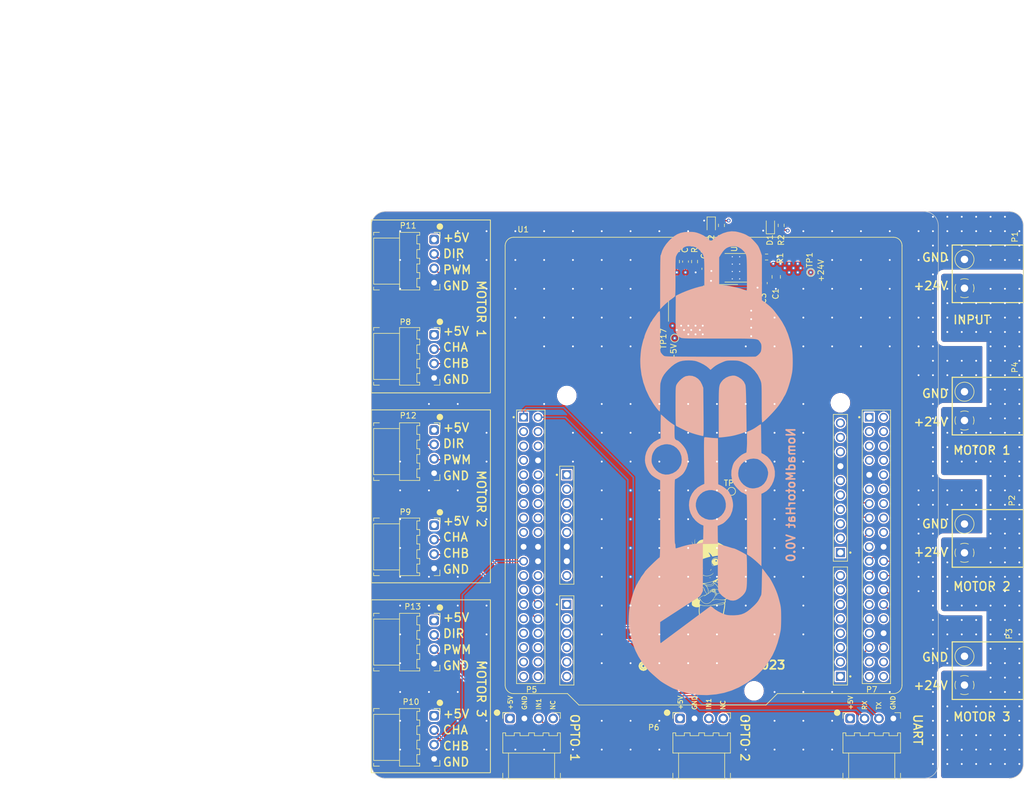
<source format=kicad_pcb>
(kicad_pcb (version 20221018) (generator pcbnew)
  (layers (0 "F.Cu" signal "Front") (1 "In1.Cu" power "GND") (2 "In2.Cu" power "PWR") (31 "B.Cu" signal "Back") (34 "B.Paste" user) (35 "F.Paste" user) (36 "B.SilkS" user "B.Silkscreen") (37 "F.SilkS" user "F.Silkscreen") (38 "B.Mask" user) (39 "F.Mask" user) (44 "Edge.Cuts" user))
  (net 0 "")
  (net 1 "+24V")
  (net 2 "GND")
  (net 3 "Net-(C2-Pad1)")
  (net 4 "Net-(C3-Pad1)")
  (net 5 "Net-(C3-Pad2)")
  (net 6 "+5V")
  (net 7 "Net-(C4-Pad2)")
  (net 8 "Net-(D1-Pad2)")
  (net 9 "Net-(D2-Pad2)")
  (net 10 "/OC_IN_1")
  (net 12 "/OC_IN_2")
  (net 14 "/USART3_RX")
  (net 15 "/USART3_TX")
  (net 16 "/ENC1_PHA")
  (net 17 "/ENC1_PHB")
  (net 18 "/ENC2_PHA")
  (net 19 "/ENC2_PHB")
  (net 20 "/ENC3_PHA")
  (net 21 "/ENC3_PHB")
  (net 22 "/PWM_DIR_1")
  (net 23 "/PWM_CH_1")
  (net 24 "/PWM_DIR_2")
  (net 25 "/PWM_CH_2")
  (net 26 "/PWM_DIR_3")
  (net 27 "/PWM_CH_3")
  (net 28 "Net-(R1-Pad1)")
  (footprint "LED_SMD:LED_0603_1608Metric" (layer "F.Cu") (at 135.89 39.4575 90)
    (fp_text reference "D1")
    (fp_text value "RED")
  )
  (footprint "TestPoint:TestPoint_Pad_D1.0mm" (layer "F.Cu") (at 143.002 47.752 180)
    (fp_text reference "TP1")
    (fp_text value "+24V")
  )
  (footprint "Resistor_SMD:R_0603_1608Metric" (layer "F.Cu") (at 135.216 45.04)
    (fp_text reference "R1")
    (fp_text value "45K3")
  )
  (footprint "CustomConnectors:X9254WR-04-N0SN" (layer "F.Cu") (at 93.762 126.428)
    (fp_text reference "P5")
    (fp_text value "X9254WR-04-N0SN")
  )
  (footprint "dora_logos:dora_20x13" (layer "F.Cu") (at 124.5 104)
    (fp_text reference "@Alejo2313, May 2023")
    (fp_text value "LOGO" hide)
  )
  (footprint "SwitchingRegulators:VREG_LM5017MR_NOPB" (layer "F.Cu") (at 129.816 46.94 180)
    (fp_text reference "U2")
    (fp_text value "LMR16030SDDAR")
  )
  (footprint "Resistor_SMD:R_0603_1608Metric" (layer "F.Cu") (at 119.316 45.84 90)
    (fp_text reference "R4")
    (fp_text value "68K")
  )
  (footprint "CustomConnectors:X9254WR-04-N0SN" (layer "F.Cu") (at 76.572 45.762 -90)
    (fp_text reference "P11")
    (fp_text value "X9254WR-04-N0SN")
  )
  (footprint "Capacitor_SMD:C_0603_1608Metric" (layer "F.Cu") (at 120.916 45.84 90)
    (fp_text reference "C4")
    (fp_text value "390pF")
  )
  (footprint "CustomConnectors:X9254WR-04-N0SN" (layer "F.Cu") (at 76.572 96.162 -90)
    (fp_text reference "P9")
    (fp_text value "X9254WR-04-N0SN")
  )
  (footprint "CustomConnectors:X9254WR-04-N0SN" (layer "F.Cu") (at 76.572 62.562 -90)
    (fp_text reference "P8")
    (fp_text value "X9254WR-04-N0SN")
  )
  (footprint "Capacitor_SMD:C_2220_5650Metric" (layer "F.Cu") (at 128.316 56.64)
    (fp_text reference "C5")
    (fp_text value "68uF")
  )
  (footprint "CustomConnectors:X9254WR-04-N0SN" (layer "F.Cu") (at 76.572 129.762 -90)
    (fp_text reference "P10")
    (fp_text value "X9254WR-04-N0SN")
  )
  (footprint "CustomConnectors:X9254WR-04-N0SN" (layer "F.Cu") (at 153.762 126.428)
    (fp_text reference "P7")
    (fp_text value "X9254WR-04-N0SN")
  )
  (footprint "Capacitor_SMD:C_0603_1608Metric" (layer "F.Cu") (at 124.316 47.115 -90)
    (fp_text reference "C2")
    (fp_text value "15nF")
  )
  (footprint "PluggableTerminalBLock:MX2EDGR-5.08-GN01-02P-Cu-A" (layer "F.Cu") (at 170.1205 71.333333 90)
    (fp_text reference "P4")
    (fp_text value "TB_1x2_5.08mm_RA")
  )
  (footprint "TestPoint:TestPoint_Pad_D1.0mm" (layer "F.Cu") (at 119.016 59.34 -90)
    (fp_text reference "TP17")
    (fp_text value "+5V")
  )
  (footprint "Resistor_SMD:R_0603_1608Metric" (layer "F.Cu") (at 122.516 45.84 -90)
    (fp_text reference "R5")
    (fp_text value "12K")
  )
  (footprint "CustomConnectors:X9254WR-04-N0SN" (layer "F.Cu") (at 76.572 112.962 -90)
    (fp_text reference "P13")
    (fp_text value "X9254WR-04-N0SN")
  )
  (footprint "Resistor_SMD:R_0603_1608Metric" (layer "F.Cu") (at 137.79 39.4575 90)
    (fp_text reference "R2")
    (fp_text value "4K7")
  )
  (footprint "Capacitor_SMD:C_0603_1608Metric" (layer "F.Cu") (at 134.816 49.64 -90)
    (fp_text reference "C3")
    (fp_text value "100nF")
  )
  (footprint "Resistor_SMD:R_0603_1608Metric" (layer "F.Cu") (at 127.254 39.4575 -90)
    (fp_text reference "R3")
    (fp_text value "1K")
  )
  (footprint "CustomConnectors:X9254WR-04-N0SN" (layer "F.Cu") (at 76.572 79.362 -90)
    (fp_text reference "P12")
    (fp_text value "X9254WR-04-N0SN")
  )
  (footprint "PluggableTerminalBLock:MX2EDGR-5.08-GN01-02P-Cu-A" (layer "F.Cu") (at 170.1205 94.666666 90)
    (fp_text reference "P2")
    (fp_text value "TB_1x2_5.08mm_RA")
  )
  (footprint "CustomConnectors:X9254WR-04-N0SN" (layer "F.Cu") (at 123.762 126.428)
    (fp_text reference "P6")
    (fp_text value "X9254WR-04-N0SN")
  )
  (footprint "modules:MODULE_NUCLEO-F446RE" (layer "F.Cu") (at 124.106 82.802)
    (fp_text reference "U1")
    (fp_text value "NUCLEO-F446RE")
  )
  (footprint "PluggableTerminalBLock:MX2EDGR-5.08-GN01-02P-Cu-A" (layer "F.Cu") (at 170.1205 118 90)
    (fp_text reference "P3")
    (fp_text value "TB_1x2_5.08mm_RA")
  )
  (footprint "Capacitor_SMD:C_0805_2012Metric" (layer "F.Cu") (at 136.916 48.54 -90)
    (fp_text reference "C1")
    (fp_text value "4.7uF")
  )
  (footprint "Inductor_SMD:L_Taiyo-Yuden_NR-60xx" (layer "F.Cu") (at 121.016 53.24 -90)
    (fp_text reference "L1")
    (fp_text value "6.8uH")
  )
  (footprint "LED_SMD:LED_0603_1608Metric" (layer "F.Cu") (at 125.454 39.4575 -90)
    (fp_text reference "D2")
    (fp_text value "GREEN")
  )
  (footprint "PluggableTerminalBLock:MX2EDGR-5.08-GN01-02P-Cu-A" (layer "F.Cu") (at 170.1205 48 90)
    (fp_text reference "P1")
    (fp_text value "TB_1x2_5.08mm_RA")
  )
  (footprint "Diode_SMD:D_SMA" (layer "F.Cu") (at 128.116 51.54)
    (fp_text reference "D3")
    (fp_text value "B340A-13-F")
  )
  (footprint "TestPoint:TestPoint_Pad_D1.0mm" (layer "F.Cu") (at 129.032 86.36)
    (fp_text reference "TP4")
    (fp_text value "+5V_TP")
  )
  (footprint "logos:robolabo_87x33" (layer "B.Cu") (at 125.5 80 90)
    (fp_text reference "NomadMotorHat V0.0")
    (fp_text value "LOGO" hide)
  )
  (gr_rect (start 65.5 38.5) (end 86.5 69) (stroke (width 0.1524)) (fill none) (layer "F.SilkS"))
  (gr_rect (start 65.5 72) (end 86.5 102.5) (stroke (width 0.1524)) (fill none) (layer "F.SilkS"))
  (gr_rect (start 65.5 105.5) (end 86.5 136) (stroke (width 0.1524)) (fill none) (layer "F.SilkS"))
  (gr_line (start 178.151091 136.997834) (end 178 137) (stroke (width 0.1)) (layer "Edge.Cuts"))
  (gr_line (start 67.848903 136.997928) (end 67.548913 136.961503) (stroke (width 0.1)) (layer "Edge.Cuts"))
  (gr_line (start 66.230537 37.730537) (end 66.456723 37.530153) (stroke (width 0.1)) (layer "Edge.Cuts"))
  (gr_line (start 66.456723 37.530153) (end 66.705414 37.358494) (stroke (width 0.1)) (layer "Edge.Cuts"))
  (gr_line (start 179.969847 136.043277) (end 179.769463 136.269463) (stroke (width 0.1)) (layer "Edge.Cuts"))
  (gr_line (start 180.141506 135.794586) (end 179.969847 136.043277) (stroke (width 0.1)) (layer "Edge.Cuts"))
  (gr_line (start 179.294586 136.641506) (end 179.027017 136.781937) (stroke (width 0.1)) (layer "Edge.Cuts"))
  (gr_line (start 65.610817 135.2445) (end 65.538497 134.951087) (stroke (width 0.1)) (layer "Edge.Cuts"))
  (gr_line (start 66.456665 136.469922) (end 66.23047 136.26953) (stroke (width 0.1)) (layer "Edge.Cuts"))
  (gr_line (start 180.5 39.5) (end 180.5 134.5) (stroke (width 0.1)) (layer "Edge.Cuts"))
  (gr_line (start 66.030078 136.043335) (end 65.858413 135.794635) (stroke (width 0.1)) (layer "Edge.Cuts"))
  (gr_line (start 178 37) (end 178.151091 37.002166) (stroke (width 0.1)) (layer "Edge.Cuts"))
  (gr_line (start 66.972983 37.218063) (end 67.255529 37.110907) (stroke (width 0.1)) (layer "Edge.Cuts"))
  (gr_line (start 66.030153 37.956723) (end 66.230537 37.730537) (stroke (width 0.1)) (layer "Edge.Cuts"))
  (gr_line (start 180.497834 39.348909) (end 180.5 39.5) (stroke (width 0.1)) (layer "Edge.Cuts"))
  (gr_line (start 178.744471 136.889093) (end 178.45107 136.961409) (stroke (width 0.1)) (layer "Edge.Cuts"))
  (gr_line (start 65.717976 135.527056) (end 65.610817 135.2445) (stroke (width 0.1)) (layer "Edge.Cuts"))
  (gr_line (start 180.389093 135.244471) (end 180.281937 135.527017) (stroke (width 0.1)) (layer "Edge.Cuts"))
  (gr_line (start 179.027017 37.218063) (end 179.294586 37.358494) (stroke (width 0.1)) (layer "Edge.Cuts"))
  (gr_line (start 65.718063 38.472983) (end 65.858494 38.205414) (stroke (width 0.1)) (layer "Edge.Cuts"))
  (gr_line (start 180.497834 134.651091) (end 180.461409 134.95107) (stroke (width 0.1)) (layer "Edge.Cuts"))
  (gr_line (start 178.151091 37.002166) (end 178.45107 37.038591) (stroke (width 0.1)) (layer "Edge.Cuts"))
  (gr_line (start 67.255529 37.110907) (end 67.54893 37.038591) (stroke (width 0.1)) (layer "Edge.Cuts"))
  (gr_line (start 65.502072 134.651097) (end 65.5 134.5) (stroke (width 0.1)) (layer "Edge.Cuts"))
  (gr_line (start 165.5 134.5) (end 165.5 39.5) (stroke (width 0.1)) (layer "Edge.Cuts"))
  (gr_line (start 178.45107 37.038591) (end 178.744471 37.110907) (stroke (width 0.1)) (layer "Edge.Cuts"))
  (gr_line (start 180.389093 38.755529) (end 180.461409 39.04893) (stroke (width 0.1)) (layer "Edge.Cuts"))
  (gr_line (start 65.538497 134.951087) (end 65.502072 134.651097) (stroke (width 0.1)) (layer "Edge.Cuts"))
  (gr_line (start 179.543277 136.469847) (end 179.294586 136.641506) (stroke (width 0.1)) (layer "Edge.Cuts"))
  (gr_line (start 68 137) (end 163 137) (stroke (width 0.1)) (layer "Edge.Cuts"))
  (gr_line (start 65.538591 39.04893) (end 65.610907 38.755529) (stroke (width 0.1)) (layer "Edge.Cuts"))
  (gr_line (start 67.848909 37.002166) (end 68 37) (stroke (width 0.1)) (layer "Edge.Cuts"))
  (gr_line (start 179.027017 136.781937) (end 178.744471 136.889093) (stroke (width 0.1)) (layer "Edge.Cuts"))
  (gr_line (start 178.45107 136.961409) (end 178.151091 136.997834) (stroke (width 0.1)) (layer "Edge.Cuts"))
  (gr_line (start 180.461409 39.04893) (end 180.497834 39.348909) (stroke (width 0.1)) (layer "Edge.Cuts"))
  (gr_line (start 179.294586 37.358494) (end 179.543277 37.530153) (stroke (width 0.1)) (layer "Edge.Cuts"))
  (gr_arc (start 165.5 134.5) (mid 164.767767 136.267767) (end 163 137) (stroke (width 0.1)) (layer "Edge.Cuts"))
  (gr_line (start 66.972944 136.782024) (end 66.705365 136.641587) (stroke (width 0.1)) (layer "Edge.Cuts"))
  (gr_line (start 180.5 134.5) (end 180.497834 134.651091) (stroke (width 0.1)) (layer "Edge.Cuts"))
  (gr_line (start 67.548913 136.961503) (end 67.2555 136.889183) (stroke (width 0.1)) (layer "Edge.Cuts"))
  (gr_line (start 179.769463 37.730537) (end 179.969847 37.956723) (stroke (width 0.1)) (layer "Edge.Cuts"))
  (gr_line (start 66.705365 136.641587) (end 66.456665 136.469922) (stroke (width 0.1)) (layer "Edge.Cuts"))
  (gr_line (start 180.461409 134.95107) (end 180.389093 135.244471) (stroke (width 0.1)) (layer "Edge.Cuts"))
  (gr_line (start 65.858413 135.794635) (end 65.717976 135.527056) (stroke (width 0.1)) (layer "Edge.Cuts"))
  (gr_line (start 65.610907 38.755529) (end 65.718063 38.472983) (stroke (width 0.1)) (layer "Edge.Cuts"))
  (gr_line (start 65.502166 39.348909) (end 65.538591 39.04893) (stroke (width 0.1)) (layer "Edge.Cuts"))
  (gr_line (start 65.858494 38.205414) (end 66.030153 37.956723) (stroke (width 0.1)) (layer "Edge.Cuts"))
  (gr_line (start 67.54893 37.038591) (end 67.848909 37.002166) (stroke (width 0.1)) (layer "Edge.Cuts"))
  (gr_arc (start 163 37) (mid 164.767767 37.732233) (end 165.5 39.5) (stroke (width 0.1)) (layer "Edge.Cuts"))
  (gr_line (start 179.969847 37.956723) (end 180.141506 38.205414) (stroke (width 0.1)) (layer "Edge.Cuts"))
  (gr_line (start 179.769463 136.269463) (end 179.543277 136.469847) (stroke (width 0.1)) (layer "Edge.Cuts"))
  (gr_line (start 178.744471 37.110907) (end 179.027017 37.218063) (stroke (width 0.1)) (layer "Edge.Cuts"))
  (gr_line (start 65.5 134.5) (end 65.5 39.5) (stroke (width 0.1)) (layer "Edge.Cuts"))
  (gr_line (start 66.705414 37.358494) (end 66.972983 37.218063) (stroke (width 0.1)) (layer "Edge.Cuts"))
  (gr_line (start 65.5 39.5) (end 65.502166 39.348909) (stroke (width 0.1)) (layer "Edge.Cuts"))
  (gr_line (start 180.281937 38.472983) (end 180.389093 38.755529) (stroke (width 0.1)) (layer "Edge.Cuts"))
  (gr_line (start 66.23047 136.26953) (end 66.030078 136.043335) (stroke (width 0.1)) (layer "Edge.Cuts"))
  (gr_line (start 180.141506 38.205414) (end 180.281937 38.472983) (stroke (width 0.1)) (layer "Edge.Cuts"))
  (gr_line (start 68 137) (end 67.848903 136.997928) (stroke (width 0.1)) (layer "Edge.Cuts"))
  (gr_line (start 67.2555 136.889183) (end 66.972944 136.782024) (stroke (width 0.1)) (layer "Edge.Cuts"))
  (gr_line (start 179.543277 37.530153) (end 179.769463 37.730537) (stroke (width 0.1)) (layer "Edge.Cuts"))
  (gr_line (start 180.281937 135.527017) (end 180.141506 135.794586) (stroke (width 0.1)) (layer "Edge.Cuts"))
  (gr_text "INPUT" (at 168 57) (layer "F.SilkS") (effects (font (size 1.5 1.5) (thickness 0.25) bold) (justify left bottom)))
  (gr_text "NC" (at 128 125 90) (layer "F.SilkS") (effects (font (size 0.8128 0.8128) (thickness 0.1524) bold) (justify left bottom)))
  (gr_text "GND" (at 93 125 90) (layer "F.SilkS") (effects (font (size 0.8128 0.8128) (thickness 0.1524) bold) (justify left bottom)))
  (gr_text "+5V" (at 78 42.5) (layer "F.SilkS") (effects (font (size 1.5 1.5) (thickness 0.25) bold) (justify left bottom)))
  (gr_text "MOTOR 3" (at 84 116 270) (layer "F.SilkS") (effects (font (size 1.5 1.5) (thickness 0.25) bold) (justify left bottom)))
  (gr_text "RX" (at 153 125 90) (layer "F.SilkS") (effects (font (size 0.8128 0.8128) (thickness 0.1524) bold) (justify left bottom)))
  (gr_text "+5V" (at 90.5 125 90) (layer "F.SilkS") (effects (font (size 0.8128 0.8128) (thickness 0.1524) bold) (justify left bottom)))
  (gr_text "+5V" (at 78 92.5) (layer "F.SilkS") (effects (font (size 1.5 1.5) (thickness 0.25) bold) (justify left bottom)))
  (gr_text "GND" (at 78 51) (layer "F.SilkS") (effects (font (size 1.5 1.5) (thickness 0.25) bold) (justify left bottom)))
  (gr_text "CHA" (at 78 61.833333) (layer "F.SilkS") (effects (font (size 1.5 1.5) (thickness 0.25) bold) (justify left bottom)))
  (gr_text "+5V" (at 120.5 125 90) (layer "F.SilkS") (effects (font (size 0.8128 0.8128) (thickness 0.1524) bold) (justify left bottom)))
  (gr_text "IN1" (at 95.5 125 90) (layer "F.SilkS") (effects (font (size 0.8128 0.8128) (thickness 0.1524) bold) (justify left bottom)))
  (gr_text "+24V" (at 161 98) (layer "F.SilkS") (effects (font (size 1.5 1.5) (thickness 0.25) bold) (justify left bottom)))
  (gr_text "PWM" (at 78 115.166666) (layer "F.SilkS") (effects (font (size 1.5 1.5) (thickness 0.25) bold) (justify left bottom)))
  (gr_text "CHB" (at 78 132.166666) (layer "F.SilkS") (effects (font (size 1.5 1.5) (thickness 0.25) bold) (justify left bottom)))
  (gr_text "+5V" (at 78 126.5) (layer "F.SilkS") (effects (font (size 1.5 1.5) (thickness 0.25) bold) (justify left bottom)))
  (gr_text "+24V" (at 161 51) (layer "F.SilkS") (effects (font (size 1.5 1.5) (thickness 0.25) bold) (justify left bottom)))
  (gr_text "MOTOR 1" (at 84 49 -90) (layer "F.SilkS") (effects (font (size 1.5 1.5) (thickness 0.25) bold) (justify left bottom)))
  (gr_text "OPTO 1" (at 100.5 125.5 270) (layer "F.SilkS") (effects (font (size 1.5 1.5) (thickness 0.25) bold) (justify left bottom)))
  (gr_text "GND" (at 78 135) (layer "F.SilkS") (effects (font (size 1.5 1.5) (thickness 0.25) bold) (justify left bottom)))
  (gr_text "TX" (at 155.5 125 90) (layer "F.SilkS") (effects (font (size 0.8128 0.8128) (thickness 0.1524) bold) (justify left bottom)))
  (gr_text "GND" (at 78 101) (layer "F.SilkS") (effects (font (size 1.5 1.5) (thickness 0.25) bold) (justify left bottom)))
  (gr_text "+24V" (at 161 75) (layer "F.SilkS") (effects (font (size 1.5 1.5) (thickness 0.25) bold) (justify left bottom)))
  (gr_text "OPTO 2" (at 130.5 125.5 270) (layer "F.SilkS") (effects (font (size 1.5 1.5) (thickness 0.25) bold) (justify left bottom)))
  (gr_text "CHB" (at 78 98.166666) (layer "F.SilkS") (effects (font (size 1.5 1.5) (thickness 0.25) bold) (justify left bottom)))
  (gr_text "CHA" (at 78 129.333333) (layer "F.SilkS") (effects (font (size 1.5 1.5) (thickness 0.25) bold) (justify left bottom)))
  (gr_text "+5V" (at 78 109.5) (layer "F.SilkS") (effects (font (size 1.5 1.5) (thickness 0.25) bold) (justify left bottom)))
  (gr_text "GND\n" (at 162.5 116.5) (layer "F.SilkS") (effects (font (size 1.5 1.5) (thickness 0.25) bold) (justify left bottom)))
  (gr_text "GND\n" (at 162.5 46) (layer "F.SilkS") (effects (font (size 1.5 1.5) (thickness 0.25) bold) (justify left bottom)))
  (gr_text "GND" (at 78 118) (layer "F.SilkS") (effects (font (size 1.5 1.5) (thickness 0.25) bold) (justify left bottom)))
  (gr_text "DIR" (at 78 45.333333) (layer "F.SilkS") (effects (font (size 1.5 1.5) (thickness 0.25) bold) (justify left bottom)))
  (gr_text "GND" (at 78 84.5) (layer "F.SilkS") (effects (font (size 1.5 1.5) (thickness 0.25) bold) (justify left bottom)))
  (gr_text "PWM" (at 78 81.666666) (layer "F.SilkS") (effects (font (size 1.5 1.5) (thickness 0.25) bold) (justify left bottom)))
  (gr_text "GND\n" (at 162.5 70) (layer "F.SilkS") (effects (font (size 1.5 1.5) (thickness 0.25) bold) (justify left bottom)))
  (gr_text "GND" (at 158 125 90) (layer "F.SilkS") (effects (font (size 0.8128 0.8128) (thickness 0.1524) bold) (justify left bottom)))
  (gr_text "+5V" (at 150.5 125 90) (layer "F.SilkS") (effects (font (size 0.8128 0.8128) (thickness 0.1524) bold) (justify left bottom)))
  (gr_text "CHA" (at 78 95.333333) (layer "F.SilkS") (effects (font (size 1.5 1.5) (thickness 0.25) bold) (justify left bottom)))
  (gr_text "GND" (at 123 125 90) (layer "F.SilkS") (effects (font (size 0.8128 0.8128) (thickness 0.1524) bold) (justify left bottom)))
  (gr_text "GND" (at 78 67.5) (layer "F.SilkS") (effects (font (size 1.5 1.5) (thickness 0.25) bold) (justify left bottom)))
  (gr_text "PWM" (at 78 48.166666) (layer "F.SilkS") (effects (font (size 1.5 1.5) (thickness 0.25) bold) (justify left bottom)))
  (gr_text "MOTOR 2" (at 84 82.5 270) (layer "F.SilkS") (effects (font (size 1.5 1.5) (thickness 0.25) bold) (justify left bottom)))
  (gr_text "UART" (at 161 125.5 270) (layer "F.SilkS") (effects (font (size 1.5 1.5) (thickness 0.25) bold) (justify left bottom)))
  (gr_text "MOTOR 2" (at 168 104) (layer "F.SilkS") (effects (font (size 1.5 1.5) (thickness 0.25) bold) (justify left bottom)))
  (gr_text "DIR" (at 78 78.833333) (layer "F.SilkS") (effects (font (size 1.5 1.5) (thickness 0.25) bold) (justify left bottom)))
  (gr_text "CHB" (at 78 64.666666) (layer "F.SilkS") (effects (font (size 1.5 1.5) (thickness 0.25) bold) (justify left bottom)))
  (gr_text "IN1" (at 125.5 125 90) (layer "F.SilkS") (effects (font (size 0.8128 0.8128) (thickness 0.1524) bold) (justify left bottom)))
  (gr_text "GND\n" (at 162.5 93) (layer "F.SilkS") (effects (font (size 1.5 1.5) (thickness 0.25) bold) (justify left bottom)))
  (gr_text "MOTOR 1" (at 168 80) (layer "F.SilkS") (effects (font (size 1.5 1.5) (thickness 0.25) bold) (justify left bottom)))
  (gr_text "NC" (at 98 125 90) (layer "F.SilkS") (effects (font (size 0.8128 0.8128) (thickness 0.1524) bold) (justify left bottom)))
  (gr_text "+5V" (at 78 59) (layer "F.SilkS") (effects (font (size 1.5 1.5) (thickness 0.25) bold) (justify left bottom)))
  (gr_text "DIR" (at 78 112.333333) (layer "F.SilkS") (effects (font (size 1.5 1.5) (thickness 0.25) bold) (justify left bottom)))
  (gr_text "+5V" (at 78 76) (layer "F.SilkS") (effects (font (size 1.5 1.5) (thickness 0.25) bold) (justify left bottom)))
  (gr_text "+24V" (at 161 121.5) (layer "F.SilkS") (effects (font (size 1.5 1.5) (thickness 0.25) bold) (justify left bottom)))
  (gr_text "MOTOR 3" (at 168 127) (layer "F.SilkS") (effects (font (size 1.5 1.5) (thickness 0.25) bold) (justify left bottom)))
  (segment (start 138.8345 40.2825) (end 138.938 40.386) (width 0.254) (layer "F.Cu") (net 1))
  (segment (start 137.79 40.2825) (end 138.8345 40.2825) (width 0.254) (layer "F.Cu") (net 1))
  (via (at 179.8 106.52) (size 0.6858) (drill 0.3302) (layers "F.Cu" "B.Cu") (net 1))
  (via (at 179.8 58.26) (size 0.6858) (drill 0.3302) (layers "F.Cu" "B.Cu") (net 1))
  (via (at 174.72 98.9) (size 0.6858) (drill 0.3302) (layers "F.Cu" "B.Cu") (net 1))
  (via (at 169.64 131.92) (size 0.6858) (drill 0.3302) (layers "F.Cu" "B.Cu") (net 1))
  (via (at 177.26 88.74) (size 0.6858) (drill 0.3302) (layers "F.Cu" "B.Cu") (net 1))
  (via (at 177.26 81.12) (size 0.6858) (drill 0.3302) (layers "F.Cu" "B.Cu") (net 1))
  (via (at 174.72 81.12) (size 0.6858) (drill 0.3302) (layers "F.Cu" "B.Cu") (net 1))
  (via (at 179.8 55.72) (size 0.6858) (drill 0.3302) (layers "F.Cu" "B.Cu") (net 1))
  (via (at 172.18 76.04) (size 0.6858) (drill 0.3302) (layers "F.Cu" "B.Cu") (net 1))
  (via (at 167.1 81.12) (size 0.6858) (drill 0.3302) (layers "F.Cu" "B.Cu") (net 1))
  (via (at 174.72 134.46) (size 0.6858) (drill 0.3302) (layers "F.Cu" "B.Cu") (net 1))
  (via (at 179.8 68.42) (size 0.6858) (drill 0.3302) (layers "F.Cu" "B.Cu") (net 1))
  (via (at 174.72 103.98) (size 0.6858) (drill 0.3302) (layers "F.Cu" "B.Cu") (net 1))
  (via (at 167.1 76.04) (size 0.6858) (drill 0.3302) (layers "F.Cu" "B.Cu") (net 1))
  (via (at 174.72 106.52) (size 0.6858) (drill 0.3302) (layers "F.Cu" "B.Cu") (net 1))
  (via (at 174.72 111.6) (size 0.6858) (drill 0.3302) (layers "F.Cu" "B.Cu") (net 1))
  (via (at 179.8 116.68) (size 0.6858) (drill 0.3302) (layers "F.Cu" "B.Cu") (net 1))
  (via (at 179.8 86.2) (size 0.6858) (drill 0.3302) (layers "F.Cu" "B.Cu") (net 1))
  (via (at 167.1 134.46) (size 0.6858) (drill 0.3302) (layers "F.Cu" "B.Cu") (net 1))
  (via (at 179.8 129.38) (size 0.6858) (drill 0.3302) (layers "F.Cu" "B.Cu") (net 1))
  (via (at 139.954 46.99) (size 0.6858) (drill 0.3302) (layers "F.Cu" "B.Cu") (net 1))
  (via (at 177.26 91.28) (size 0.6858) (drill 0.3302) (layers "F.Cu" "B.Cu") (net 1))
  (via (at 174.72 76.04) (size 0.6858) (drill 0.3302) (layers "F.Cu" "B.Cu") (net 1))
  (via (at 172.18 103.98) (size 0.6858) (drill 0.3302) (layers "F.Cu" "B.Cu") (net 1))
  (via (at 177.26 65.88) (size 0.6858) (drill 0.3302) (layers "F.Cu" "B.Cu") (net 1))
  (via (at 179.8 50.64) (size 0.6858) (drill 0.3302) (layers "F.Cu" "B.Cu") (net 1))
  (via (at 139.192 47.752) (size 0.6858) (drill 0.3302) (layers "F.Cu" "B.Cu") (net 1))
  (via (at 177.26 114.14) (size 0.6858) (drill 0.3302) (layers "F.Cu" "B.Cu") (net 1))
  (via (at 169.64 76.04) (size 0.6858) (drill 0.3302) (layers "F.Cu" "B.Cu") (net 1))
  (via (at 172.18 78.58) (size 0.6858) (drill 0.3302) (layers "F.Cu" "B.Cu") (net 1))
  (via (at 169.64 53.18) (size 0.6858) (drill 0.3302) (layers "F.Cu" "B.Cu") (net 1))
  (via (at 140.716 46.228) (size 0.6858) (drill 0.3302) (layers "F.Cu" "B.Cu") (net 1))
  (via (at 167.1 129.38) (size 0.6858) (drill 0.3302) (layers "F.Cu" "B.Cu") (net 1))
  (via (at 174.72 91.28) (size 0.6858) (drill 0.3302) (layers "F.Cu" "B.Cu") (net 1))
  (via (at 177.26 96.36) (size 0.6858) (drill 0.3302) (layers "F.Cu" "B.Cu") (net 1))
  (via (at 179.8 98.9) (size 0.6858) (drill 0.3302) (layers "F.Cu" "B.Cu") (net 1))
  (via (at 177.26 55.72) (size 0.6858) (drill 0.3302) (layers "F.Cu" "B.Cu") (net 1))
  (via (at 177.26 83.66) (size 0.6858) (drill 0.3302) (layers "F.Cu" "B.Cu") (net 1))
  (via (at 179.8 91.28) (size 0.6858) (drill 0.3302) (layers "F.Cu" "B.Cu") (net 1))
  (via (at 177.26 101.44) (size 0.6858) (drill 0.3302) (layers "F.Cu" "B.Cu") (net 1))
  (via (at 174.72 78.58) (size 0.6858) (drill 0.3302) (layers "F.Cu" "B.Cu") (net 1))
  (via (at 169.64 78.58) (size 0.6858) (drill 0.3302) (layers "F.Cu" "B.Cu") (net 1))
  (via (at 174.72 88.74) (size 0.6858) (drill 0.3302) (layers "F.Cu" "B.Cu") (net 1))
  (via (at 174.72 116.68) (size 0.6858) (drill 0.3302) (layers "F.Cu" "B.Cu") (net 1))
  (via (at 177.26 124.3) (size 0.6858) (drill 0.3302) (layers "F.Cu" "B.Cu") (net 1))
  (via (at 139.192 46.228) (size 0.6858) (drill 0.3302) (layers "F.Cu" "B.Cu") (net 1))
  (via (at 143.002 47.752) (size 0.6858) (drill 0.3302) (layers "F.Cu" "B.Cu") (net 1))
  (via (at 141.224 46.99) (size 0.6858) (drill 0.3302) (layers "F.Cu" "B.Cu") (net 1))
  (via (at 177.26 50.64) (size 0.6858) (drill 0.3302) (layers "F.Cu" "B.Cu") (net 1))
  (via (at 167.1 124.3) (size 0.6858) (drill 0.3302) (layers "F.Cu" "B.Cu") (net 1))
  (via (at 174.72 55.72) (size 0.6858) (drill 0.3302) (layers "F.Cu" "B.Cu") (net 1))
  (via (at 179.8 93.82) (size 0.6858) (drill 0.3302) (layers "F.Cu" "B.Cu") (net 1))
  (via (at 179.8 126.84) (size 0.6858) (drill 0.3302) (layers "F.Cu" "B.Cu") (net 1))
  (via (at 167.1 53.18) (size 0.6858) (drill 0.3302) (layers "F.Cu" "B.Cu") (net 1))
  (via (at 169.64 106.52) (size 0.6858) (drill 0.3302) (layers "F.Cu" "B.Cu") (net 1))
  (via (at 169.64 129.38) (size 0.6858) (drill 0.3302) (layers "F.Cu" "B.Cu") (net 1))
  (via (at 177.26 68.42) (size 0.6858) (drill 0.3302) (layers "F.Cu" "B.Cu") (net 1))
  (via (at 174.72 73.5) (size 0.6858) (drill 0.3302) (layers "F.Cu" "B.Cu") (net 1))
  (via (at 174.72 93.82) (size 0.6858) (drill 0.3302) (layers "F.Cu" "B.Cu") (net 1))
  (via (at 179.8 121.76) (size 0.6858) (drill 0.3302) (layers "F.Cu" "B.Cu") (net 1))
  (via (at 174.72 63.34) (size 0.6858) (drill 0.3302) (layers "F.Cu" "B.Cu") (net 1))
  (via (at 177.26 58.26) (size 0.6858) (drill 0.3302) (layers "F.Cu" "B.Cu") (net 1))
  (via (at 174.72 101.44) (size 0.6858) (drill 0.3302) (layers "F.Cu" "B.Cu") (net 1))
  (via (at 177.26 103.98) (size 0.6858) (drill 0.3302) (layers "F.Cu" "B.Cu") (net 1))
  (via (at 138.43 46.99) (size 0.6858) (drill 0.3302) (layers "F.Cu" "B.Cu") (net 1))
  (via (at 177.26 70.96) (size 0.6858) (drill 0.3302) (layers "F.Cu" "B.Cu") (net 1))
  (via (at 172.18 124.3) (size 0.6858) (drill 0.3302) (layers "F.Cu" "B.Cu") (net 1))
  (via (at 177.26 63.34) (size 0.6858) (drill 0.3302) (layers "F.Cu" "B.Cu") (net 1))
  (via (at 167.1 101.44) (size 0.6858) (drill 0.3302) (layers "F.Cu" "B.Cu") (net 1))
  (via (at 172.18 106.52) (size 0.6858) (drill 0.3302) (layers "F.Cu" "B.Cu") (net 1))
  (via (at 167.1 73.5) (size 0.6858) (drill 0.3302) (layers "F.Cu" "B.Cu") (net 1))
  (via (at 172.18 53.18) (size 0.6858) (drill 0.3302) (layers "F.Cu" "B.Cu") (net 1))
  (via (at 177.26 86.2) (size 0.6858) (drill 0.3302) (layers "F.Cu" "B.Cu") (net 1))
  (via (at 179.8 131.92) (size 0.6858) (drill 0.3302) (layers "F.Cu" "B.Cu") (net 1))
  (via (at 177.26 111.6) (size 0.6858) (drill 0.3302) (layers "F.Cu" "B.Cu") (net 1))
  (via (at 177.26 134.46) (size 0.6858) (drill 0.3302) (layers "F.Cu" "B.Cu") (net 1))
  (via (at 179.8 96.36) (size 0.6858) (drill 0.3302) (layers "F.Cu" "B.Cu") (net 1))
  (via (at 174.72 53.18) (size 0.6858) (drill 0.3302) (layers "F.Cu" "B.Cu") (net 1))
  (via (at 179.8 73.5) (size 0.6858) (drill 0.3302) (layers "F.Cu" "B.Cu") (net 1))
  (via (at 174.72 119.22) (size 0.6858) (drill 0.3302) (layers "F.Cu" "B.Cu") (net 1))
  (via (at 172.18 131.92) (size 0.6858) (drill 0.3302) (layers "F.Cu" "B.Cu") (net 1))
  (via (at 167.1 78.58) (size 0.6858) (drill 0.3302) (layers "F.Cu" "B.Cu") (net 1))
  (via (at 179.8 109.06) (size 0.6858) (drill 0.3302) (layers "F.Cu" "B.Cu") (net 1))
  (via (at 172.18 134.46) (size 0.6858) (drill 0.3302) (layers "F.Cu" "B.Cu") (net 1))
  (via (at 167.1 58.26) (size 0.6858) (drill 0.3302) (layers "F.Cu" "B.Cu") (net 1))
  (via (at 179.8 119.22) (size 0.6858) (drill 0.3302) (layers "F.Cu" "B.Cu") (net 1))
  (via (at 169.64 58.26) (size 0.6858) (drill 0.3302) (layers "F.Cu" "B.Cu") (net 1))
  (via (at 179.8 124.3) (size 0.6858) (drill 0.3302) (layers "F.Cu" "B.Cu") (net 1))
  (via (at 174.72 68.42) (size 0.6858) (drill 0.3302) (layers "F.Cu" "B.Cu") (net 1))
  (via (at 167.1 96.36) (size 0.6858) (drill 0.3302) (layers "F.Cu" "B.Cu") (net 1))
  (via (at 167.1 126.84) (size 0.6858) (drill 0.3302) (layers "F.Cu" "B.Cu") (net 1))
  (via (at 169.64 103.98) (size 0.6858) (drill 0.3302) (layers "F.Cu" "B.Cu") (net 1))
  (via (at 174.72 83.66) (size 0.6858) (drill 0.3302) (layers "F.Cu" "B.Cu") (net 1))
  (via (at 179.8 78.58) (size 0.6858) (drill 0.3302) (layers "F.Cu" "B.Cu") (net 1))
  (via (at 172.18 81.12) (size 0.6858) (drill 0.3302) (layers "F.Cu" "B.Cu") (net 1))
  (via (at 177.26 73.5) (size 0.6858) (drill 0.3302) (layers "F.Cu" "B.Cu") (net 1))
  (via (at 169.64 134.46) (size 0.6858) (drill 0.3302) (layers "F.Cu" "B.Cu") (net 1))
  (via (at 169.64 124.3) (size 0.6858) (drill 0.3302) (layers "F.Cu" "B.Cu") (net 1))
  (via (at 169.64 81.12) (size 0.6858) (drill 0.3302) (layers "F.Cu" "B.Cu") (net 1))
  (via (at 137.668 46.228) (size 0.6858) (drill 0.3302) (layers "F.Cu" "B.Cu") (net 1))
  (via (at 177.26 60.8) (size 0.6858) (drill 0.3302) (layers "F.Cu" "B.Cu") (net 1))
  (via (at 177.26 121.76) (size 0.6858) (drill 0.3302) (layers "F.Cu" "B.Cu") (net 1))
  (via (at 167.1 98.9) (size 0.6858) (drill 0.3302) (layers "F.Cu" "B.Cu") (net 1))
  (via (at 172.18 129.38) (size 0.6858) (drill 0.3302) (layers "F.Cu" "B.Cu") (net 1))
  (via (at 167.1 50.64) (size 0.6858) (drill 0.3302) (layers "F.Cu" "B.Cu") (net 1))
  (via (at 179.8 83.66) (size 0.6858) (drill 0.3302) (layers "F.Cu" "B.Cu") (net 1))
  (via (at 179.8 103.98) (size 0.6858) (drill 0.3302) (layers "F.Cu" "B.Cu") (net 1))
  (via (at 172.18 58.26) (size 0.6858) (drill 0.3302) (layers "F.Cu" "B.Cu") (net 1))
  (via (at 174.72 58.26) (size 0.6858) (drill 0.3302) (layers "F.Cu" "B.Cu") (net 1))
  (via (at 174.72 129.38) (size 0.6858) (drill 0.3302) (layers "F.Cu" "B.Cu") (net 1))
  (via (at 169.64 55.72) (size 0.6858) (drill 0.3302) (layers "F.Cu" "B.Cu") (net 1))
  (via (at 174.72 124.3) (size 0.6858) (drill 0.3302) (layers "F.Cu" "B.Cu") (net 1))
  (via (at 167.1 106.52) (size 0.6858) (drill 0.3302) (layers "F.Cu" "B.Cu") (net 1))
  (via (at 177.26 129.38) (size 0.6858) (drill 0.3302) (layers "F.Cu" "B.Cu") (net 1))
  (via (at 169.64 101.44) (size 0.6858) (drill 0.3302) (layers "F.Cu" "B.Cu") (net 1))
  (via (at 174.72 131.92) (size 0.6858) (drill 0.3302) (layers "F.Cu" "B.Cu") (net 1))
  (via (at 174.72 60.8) (size 0.6858) (drill 0.3302) (layers "F.Cu" "B.Cu") (net 1))
  (via (at 136.398 46.228) (size 0.6858) (drill 0.3302) (layers "F.Cu" "B.Cu") (net 1))
  (via (at 179.8 60.8) (size 0.6858) (drill 0.3302) (layers "F.Cu" "B.Cu") (net 1))
  (via (at 167.1 55.72) (size 0.6858) (drill 0.3302) (layers "F.Cu" "B.Cu") (net 1))
  (via (at 174.72 65.88) (size 0.6858) (drill 0.3302) (layers "F.Cu" "B.Cu") (net 1))
  (via (at 177.26 98.9) (size 0.6858) (drill 0.3302) (layers "F.Cu" "B.Cu") (net 1))
  (via (at 177.26 126.84) (size 0.6858) (drill 0.3302) (layers "F.Cu" "B.Cu") (net 1))
  (via (at 174.72 70.96) (size 0.6858) (drill 0.3302) (layers "F.Cu" "B.Cu") (net 1))
  (via (at 179.8 88.74) (size 0.6858) (drill 0.3302) (layers "F.Cu" "B.Cu") (net 1))
  (via (at 172.18 101.44) (size 0.6858) (drill 0.3302) (layers "F.Cu" "B.Cu") (net 1))
  (via (at 177.26 53.18) (size 0.6858) (drill 0.3302) (layers "F.Cu" "B.Cu") (net 1))
  (via (at 174.72 50.64) (size 0.6858) (drill 0.3302) (layers "F.Cu" "B.Cu") (net 1))
  (via (at 179.8 53.18) (size 0.6858) (drill 0.3302) (layers "F.Cu" "B.Cu") (net 1))
  (via (at 179.8 63.34) (size 0.6858) (drill 0.3302) (layers "F.Cu" "B.Cu") (net 1))
  (via (at 177.26 106.52) (size 0.6858) (drill 0.3302) (layers "F.Cu" "B.Cu") (net 1))
  (via (at 172.18 126.84) (size 0.6858) (drill 0.3302) (layers "F.Cu" "B.Cu") (net 1))
  (via (at 179.8 111.6) (size 0.6858) (drill 0.3302) (layers "F.Cu" "B.Cu") (net 1))
  (via (at 172.18 55.72) (size 0.6858) (drill 0.3302) (layers "F.Cu" "B.Cu") (net 1))
  (via (at 177.26 109.06) (size 0.6858) (drill 0.3302) (layers "F.Cu" "B.Cu") (net 1))
  (via (at 177.26 119.22) (size 0.6858) (drill 0.3302) (layers "F.Cu" "B.Cu") (net 1))
  (via (at 177.26 131.92) (size 0.6858) (drill 0.3302) (layers "F.Cu" "B.Cu") (net 1))
  (via (at 138.938 40.386) (size 0.6858) (drill 0.3302) (layers "F.Cu" "B.Cu") (net 1))
  (via (at 177.26 93.82) (size 0.6858) (drill 0.3302) (layers "F.Cu" "B.Cu") (net 1))
  (via (at 174.72 96.36) (size 0.6858) (drill 0.3302) (layers "F.Cu" "B.Cu") (net 1))
  (via (at 174.72 86.2) (size 0.6858) (drill 0.3302) (layers "F.Cu" "B.Cu") (net 1))
  (via (at 179.8 65.88) (size 0.6858) (drill 0.3302) (layers "F.Cu" "B.Cu") (net 1))
  (via (at 177.26 78.58) (size 0.6858) (drill 0.3302) (layers "F.Cu" "B.Cu") (net 1))
  (via (at 179.8 70.96) (size 0.6858) (drill 0.3302) (layers "F.Cu" "B.Cu") (net 1))
  (via (at 177.26 116.68) (size 0.6858) (drill 0.3302) (layers "F.Cu" "B.Cu") (net 1))
  (via (at 179.8 81.12) (size 0.6858) (drill 0.3302) (layers "F.Cu" "B.Cu") (net 1))
  (via (at 167.1 103.98) (size 0.6858) (drill 0.3302) (layers "F.Cu" "B.Cu") (net 1))
  (via (at 174.72 114.14) (size 0.6858) (drill 0.3302) (layers "F.Cu" "B.Cu") (net 1))
  (via (at 177.26 76.04) (size 0.6858) (drill 0.3302) (layers "F.Cu" "B.Cu") (net 1))
  (via (at 179.8 76.04) (size 0.6858) (drill 0.3302) (layers "F.Cu" "B.Cu") (net 1))
  (via (at 174.72 121.76) (size 0.6858) (drill 0.3302) (layers "F.Cu" "B.Cu") (net 1))
  (via (at 167.1 131.92) (size 0.6858) (drill 0.3302) (layers "F.Cu" "B.Cu") (net 1))
  (via (at 179.8 114.14) (size 0.6858) (drill 0.3302) (layers "F.Cu" "B.Cu") (net 1))
  (via (at 179.8 101.44) (size 0.6858) (drill 0.3302) (layers "F.Cu" "B.Cu") (net 1))
  (via (at 169.64 126.84) (size 0.6858) (drill 0.3302) (layers "F.Cu" "B.Cu") (net 1))
  (via (at 174.72 109.06) (size 0.6858) (drill 0.3302) (layers "F.Cu" "B.Cu") (net 1))
  (via (at 179.8 134.46) (size 0.6858) (drill 0.3302) (layers "F.Cu" "B.Cu") (net 1))
  (via (at 140.716 47.752) (size 0.6858) (drill 0.3302) (layers "F.Cu" "B.Cu") (net 1))
  (via (at 174.72 126.84) (size 0.6858) (drill 0.3302) (layers "F.Cu" "B.Cu") (net 1))
  (via (at 116.3 40.48) (size 0.6858) (drill 0.3302) (layers "F.Cu" "B.Cu") (net 2))
  (via (at 85.82 91.28) (size 0.6858) (drill 0.3302) (layers "F.Cu" "B.Cu") (net 2))
  (via (at 164.56 78.58) (size 0.6858) (drill 0.3302) (layers "F.Cu" "B.Cu") (net 2))
  (via (at 136.62 126.84) (size 0.6858) (drill 0.3302) (layers "F.Cu" "B.Cu") (net 2))
  (via (at 101.06 40.48) (size 0.6858) (drill 0.3302) (layers "F.Cu" "B.Cu") (net 2))
  (via (at 85.82 131.92) (size 0.6858) (drill 0.3302) (layers "F.Cu" "B.Cu") (net 2))
  (via (at 131.54 70.96) (size 0.6858) (drill 0.3302) (layers "F.Cu" "B.Cu") (net 2))
  (via (at 141.7 106.52) (size 0.6858) (drill 0.3302) (layers "F.Cu" "B.Cu") (net 2))
  (via (at 164.56 81.12) (size 0.6858) (drill 0.3302) (layers "F.Cu" "B.Cu") (net 2))
  (via (at 116.3 70.96) (size 0.6858) (drill 0.3302) (layers "F.Cu" "B.Cu") (net 2))
  (via (at 146.78 60.8) (size 0.6858) (drill 0.3302) (layers "F.Cu" "B.Cu") (net 2))
  (via (at 126.46 70.96) (size 0.6858) (drill 0.3302) (layers "F.Cu" "B.Cu") (net 2))
  (via (at 141.7 126.84) (size 0.6858) (drill 0.3302) (layers "F.Cu" "B.Cu") (net 2))
  (via (at 106.14 116.68) (size 0.6858) (drill 0.3302) (layers "F.Cu" "B.Cu") (net 2))
  (via (at 90.9 45.56) (size 0.6858) (drill 0.3302) (layers "F.Cu" "B.Cu") (net 2))
  (via (at 164.56 114.14) (size 0.6858) (drill 0.3302) (layers "F.Cu" "B.Cu") (net 2))
  (via (at 126.46 116.68) (size 0.6858) (drill 0.3302) (layers "F.Cu" "B.Cu") (net 2))
  (via (at 132.5 57.5) (size 0.6858) (drill 0.3302) (layers "F.Cu" "B.Cu") (net 2))
  (via (at 111.22 60.8) (size 0.6858) (drill 0.3302) (layers "F.Cu" "B.Cu") (net 2))
  (via (at 106.14 45.56) (size 0.6858) (drill 0.3302) (layers "F.Cu" "B.Cu") (net 2))
  (via (at 134.62 40.386) (size 0.6858) (drill 0.3302) (layers "F.Cu" "B.Cu") (net 2))
  (via (at 164.56 88.74) (size 0.6858) (drill 0.3302) (layers "F.Cu" "B.Cu") (net 2))
  (via (at 141.7 81.12) (size 0.6858) (drill 0.3302) (layers "F.Cu" "B.Cu") (net 2))
  (via (at 141.7 86.2) (size 0.6858) (drill 0.3302) (layers "F.Cu" "B.Cu") (net 2))
  (via (at 177.26 37.94) (size 0.6858) (drill 0.3302) (layers "F.Cu" "B.Cu") (net 2))
  (via (at 70.58 131.92) (size 0.6858) (drill 0.3302) (layers "F.Cu" "B.Cu") (net 2))
  (via (at 172.18 111.6) (size 0.6858) (drill 0.3302) (layers "F.Cu" "B.Cu") (net 2))
  (via (at 174.72 40.48) (size 0.6858) (drill 0.3302) (layers "F.Cu" "B.Cu") (net 2))
  (via (at 141.7 111.6) (size 0.6858) (drill 0.3302) (layers "F.Cu" "B.Cu") (net 2))
  (via (at 85.82 126.84) (size 0.6858) (drill 0.3302) (layers "F.Cu" "B.Cu") (net 2))
  (via (at 132.5 54.5) (size 0.6858) (drill 0.3302) (layers "F.Cu" "B.Cu") (net 2))
  (via (at 164.56 101.44) (size 0.6858) (drill 0.3302) (layers "F.Cu" "B.Cu") (net 2))
  (via (at 111.22 50.64) (size 0.6858) (drill 0.3302) (layers "F.Cu" "B.Cu") (net 2))
  (via (at 106.14 91.28) (size 0.6858) (drill 0.3302) (layers "F.Cu" "B.Cu") (net 2))
  (via (at 70.58 101.44) (size 0.6858) (drill 0.3302) (layers "F.Cu" "B.Cu") (net 2))
  (via (at 172.18 65.88) (size 0.6858) (drill 0.3302) (layers "F.Cu" "B.Cu") (net 2))
  (via (at 80.74 40.48) (size 0.6858) (drill 0.3302) (layers "F.Cu" "B.Cu") (net 2))
  (via (at 80.74 81.12) (size 0.6858) (drill 0.3302) (layers "F.Cu" "B.Cu") (net 2))
  (via (at 101.06 55.72) (size 0.6858) (drill 0.3302) (layers "F.Cu" "B.Cu") (net 2))
  (via (at 111.22 86.2) (size 0.6858) (drill 0.3302) (layers "F.Cu" "B.Cu") (net 2))
  (via (at 106.14 106.52) (size 0.6858) (drill 0.3302) (layers "F.Cu" "B.Cu") (net 2))
  (via (at 90.9 50.64) (size 0.6858) (drill 0.3302) (layers "F.Cu" "B.Cu") (net 2))
  (via (at 174.72 37.94) (size 0.6858) (drill 0.3302) (layers "F.Cu" "B.Cu") (net 2))
  (via (at 101.06 45.56) (size 0.6858) (drill 0.3302) (layers "F.Cu" "B.Cu") (net 2))
  (via (at 121.38 116.68) (size 0.6858) (drill 0.3302) (layers "F.Cu" "B.Cu") (net 2))
  (via (at 106.14 86.2) (size 0.6858) (drill 0.3302) (layers "F.Cu" "B.Cu") (net 2))
  (via (at 101.06 81.12) (size 0.6858) (drill 0.3302) (layers "F.Cu" "B.Cu") (net 2))
  (via (at 136.62 111.6) (size 0.6858) (drill 0.3302) (layers "F.Cu" "B.Cu") (net 2))
  (via (at 131.54 126.84) (size 0.6858) (drill 0.3302) (layers "F.Cu" "B.Cu") (net 2))
  (via (at 172.18 37.94) (size 0.6858) (drill 0.3302) (layers "F.Cu" "B.Cu") (net 2))
  (via (at 80.74 111.6) (size 0.6858) (drill 0.3302) (layers "F.Cu" "B.Cu") (net 2))
  (via (at 126.46 106.52) (size 0.6858) (drill 0.3302) (layers "F.Cu" "B.Cu") (net 2))
  (via (at 164.56 83.66) (size 0.6858) (drill 0.3302) (layers "F.Cu" "B.Cu") (net 2))
  (via (at 169.64 111.6) (size 0.6858) (drill 0.3302) (layers "F.Cu" "B.Cu") (net 2))
  (via (at 162.02 91.28) (size 0.6858) (drill 0.3302) (layers "F.Cu" "B.Cu") (net 2))
  (via (at 90.9 40.48) (size 0.6858) (drill 0.3302) (layers "F.Cu" "B.Cu") (net 2))
  (via (at 151.86 45.56) (size 0.6858) (drill 0.3302) (layers "F.Cu" "B.Cu") (net 2))
  (via (at 146.78 45.56) (size 0.6858) (drill 0.3302) (layers "F.Cu" "B.Cu") (net 2))
  (via (at 164.56 96.36) (size 0.6858) (drill 0.3302) (layers "F.Cu" "B.Cu") (net 2))
  (via (at 164.56 93.82) (size 0.6858) (drill 0.3302) (layers "F.Cu" "B.Cu") (net 2))
  (via (at 177.26 45.56) (size 0.6858) (drill 0.3302) (layers "F.Cu" "B.Cu") (net 2))
  (via (at 85.82 116.68) (size 0.6858) (drill 0.3302) (layers "F.Cu" "B.Cu") (net 2))
  (via (at 121.38 70.96) (size 0.6858) (drill 0.3302) (layers "F.Cu" "B.Cu") (net 2))
  (via (at 162.02 60.8) (size 0.6858) (drill 0.3302) (layers "F.Cu" "B.Cu") (net 2))
  (via (at 179.8 45.56) (size 0.6858) (drill 0.3302) (layers "F.Cu" "B.Cu") (net 2))
  (via (at 162.02 93.82) (size 0.6858) (drill 0.3302) (layers "F.Cu" "B.Cu") (net 2))
  (via (at 136.62 81.12) (size 0.6858) (drill 0.3302) (layers "F.Cu" "B.Cu") (net 2))
  (via (at 131.54 106.52) (size 0.6858) (drill 0.3302) (layers "F.Cu" "B.Cu") (net 2))
  (via (at 126.46 76.04) (size 0.6858) (drill 0.3302) (layers "F.Cu" "B.Cu") (net 2))
  (via (at 169.64 65.88) (size 0.6858) (drill 0.3302) (layers "F.Cu" "B.Cu") (net 2))
  (via (at 80.74 101.44) (size 0.6858) (drill 0.3302) (layers "F.Cu" "B.Cu") (net 2))
  (via (at 122.7 47.75) (size 0.6858) (drill 0.3302) (layers "F.Cu" "B.Cu") (net 2))
  (via (at 70.58 40.48) (size 0.6858) (drill 0.3302) (layers "F.Cu" "B.Cu") (net 2))
  (via (at 136.62 91.28) (size 0.6858) (drill 0.3302) (layers "F.Cu" "B.Cu") (net 2))
  (via (at 164.56 129.38) (size 0.6858) (drill 0.3302) (layers "F.Cu" "B.Cu") (net 2))
  (via (at 131.54 131.92) (size 0.6858) (drill 0.3302) (layers "F.Cu" "B.Cu") (net 2))
  (via (at 162.02 65.88) (size 0.6858) (drill 0.3302) (layers "F.Cu" "B.Cu") (net 2))
  (via (at 95.98 60.8) (size 0.6858) (drill 0.3302) (layers "F.Cu" "B.Cu") (net 2))
  (via (at 167.1 40.48) (size 0.6858) (drill 0.3302) (layers "F.Cu" "B.Cu") (net 2))
  (via (at 167.1 109.06) (size 0.6858) (drill 0.3302) (layers "F.Cu" "B.Cu") (net 2))
  (via (at 141.7 70.96) (size 0.6858) (drill 0.3302) (layers "F.Cu" "B.Cu") (net 2))
  (via (at 131.54 96.36) (size 0.6858) (drill 0.3302) (layers "F.Cu" "B.Cu") (net 2))
  (via (at 177.26 43.02) (size 0.6858) (drill 0.3302) (layers "F.Cu" "B.Cu") (net 2))
  (via (at 70.58 111.6) (size 0.6858) (drill 0.3302) (layers "F.Cu" "B.Cu") (net 2))
  (via (at 70.58 116.68) (size 0.6858) (drill 0.3302) (layers "F.Cu" "B.Cu") (net 2))
  (via (at 177.26 40.48) (size 0.6858) (drill 0.3302) (layers "F.Cu" "B.Cu") (net 2))
  (via (at 126.46 101.44) (size 0.6858) (drill 0.3302) (layers "F.Cu" "B.Cu") (net 2))
  (via (at 106.14 55.72) (size 0.6858) (drill 0.3302) (layers "F.Cu" "B.Cu") (net 2))
  (via (at 156.94 60.8) (size 0.6858) (drill 0.3302) (layers "F.Cu" "B.Cu") (net 2))
  (via (at 164.56 131.92) (size 0.6858) (drill 0.3302) (layers "F.Cu" "B.Cu") (net 2))
  (via (at 174.72 43.02) (size 0.6858) (drill 0.3302) (layers "F.Cu" "B.Cu") (net 2))
  (via (at 136.62 60.8) (size 0.6858) (drill 0.3302) (layers "F.Cu" "B.Cu") (net 2))
  (via (at 136.62 86.2) (size 0.6858) (drill 0.3302) (layers "F.Cu" "B.Cu") (net 2))
  (via (at 85.82 81.12) (size 0.6858) (drill 0.3302) (layers "F.Cu" "B.Cu") (net 2))
  (via (at 131.54 60.8) (size 0.6858) (drill 0.3302) (layers "F.Cu" "B.Cu") (net 2))
  (via (at 116.3 96.36) (size 0.6858) (drill 0.3302) (layers "F.Cu" "B.Cu") (net 2))
  (via (at 136.62 76.04) (size 0.6858) (drill 0.3302) (layers "F.Cu" "B.Cu") (net 2))
  (via (at 116.3 76.04) (size 0.6858) (drill 0.3302) (layers "F.Cu" "B.Cu") (net 2))
  (via (at 126.46 86.2) (size 0.6858) (drill 0.3302) (layers "F.Cu" "B.Cu") (net 2))
  (via (at 111.22 40.48) (size 0.6858) (drill 0.3302) (layers "F.Cu" "B.Cu") (net 2))
  (via (at 164.56 116.68) (size 0.6858) (drill 0.3302) (layers "F.Cu" "B.Cu") (net 2))
  (via (at 162.02 88.74) (size 0.6858) (drill 0.3302) (layers "F.Cu" "B.Cu") (net 2))
  (via (at 164.56 121.76) (size 0.6858) (drill 0.3302) (layers "F.Cu" "B.Cu") (net 2))
  (via (at 116.3 131.92) (size 0.6858) (drill 0.3302) (layers "F.Cu" "B.Cu") (net 2))
  (via (at 95.98 55.72) (size 0.6858) (drill 0.3302) (layers "F.Cu" "B.Cu") (net 2))
  (via (at 80.74 91.28) (size 0.6858) (drill 0.3302) (layers "F.Cu" "B.Cu") (net 2))
  (via (at 116.3 116.68) (size 0.6858) (drill 0.3302) (layers "F.Cu" "B.Cu") (net 2))
  (via (at 156.94 121.76) (size 0.6858) (drill 0.3302) (layers "F.Cu" "B.Cu") (net 2))
  (via (at 156.94 40.48) (size 0.6858) (drill 0.3302) (layers "F.Cu" "B.Cu") (net 2))
  (via (at 70.58 106.52) (size 0.6858) (drill 0.3302) (layers "F.Cu" "B.Cu") (net 2))
  (via (at 164.56 86.2) (size 0.6858) (drill 0.3302) (layers "F.Cu" "B.Cu") (net 2))
  (via (at 121.38 76.04) (size 0.6858) (drill 0.3302) (layers "F.Cu" "B.Cu") (net 2))
  (via (at 162.02 45.56) (size 0.6858) (drill 0.3302) (layers "F.Cu" "B.Cu") (net 2))
  (via (at 162.02 40.48) (size 0.6858) (drill 0.3302) (layers "F.Cu" "B.Cu") (net 2))
  (via (at 137.1 45) (size 0.6858) (drill 0.3302) (layers "F.Cu" "B.Cu") (net 2))
  (via (at 136.85 50.65) (size 0.6858) (drill 0.3302) (layers "F.Cu" "B.Cu") (net 2))
  (via (at 179.8 43.02) (size 0.6858) (drill 0.3302) (layers "F.Cu" "B.Cu") (net 2))
  (via (at 80.74 70.96) (size 0.6858) (drill 0.3302) (layers "F.Cu" "B.Cu") (net 2))
  (via (at 80.74 76.04) (size 0.6858) (drill 0.3302) (layers "F.Cu" "B.Cu") (net 2))
  (via (at 131.54 86.2) (size 0.6858) (drill 0.3302) (layers "F.Cu" "B.Cu") (net 2))
  (via (at 164.56 48.1) (size 0.6858) (drill 0.3302) (layers "F.Cu" "B.Cu") (net 2))
  (via (at 126.46 111.6) (size 0.6858) (drill 0.3302) (layers "F.Cu" "B.Cu") (net 2))
  (via (at 70.58 86.2) (size 0.6858) (drill 0.3302) (layers "F.Cu" "B.Cu") (net 2))
  (via (at 95.98 50.64) (size 0.6858) (drill 0.3302) (layers "F.Cu" "B.Cu") (net 2))
  (via (at 162.02 50.64) (size 0.6858) (drill 0.3302) (layers "F.Cu" "B.Cu") (net 2))
  (via (at 162.02 103.98) (size 0.6858) (drill 0.3302) (layers "F.Cu" "B.Cu") (net 2))
  (via (at 75.66 106.52) (size 0.6858) (drill 0.3302) (layers "F.Cu" "B.Cu") (net 2))
  (via (at 172.18 40.48) (size 0.6858) (drill 0.3302) (layers "F.Cu" "B.Cu") (net 2))
  (via (at 116.3 86.2) (size 0.6858) (drill 0.3302) (layers "F.Cu" "B.Cu") (net 2))
  (via (at 156.94 55.72) (size 0.6858) (drill 0.3302) (layers "F.Cu" "B.Cu") (net 2))
  (via (at 85.82 45.56) (size 0.6858) (drill 0.3302) (layers "F.Cu" "B.Cu") (net 2))
  (via (at 164.56 124.3) (size 0.6858) (drill 0.3302) (layers "F.Cu" "B.Cu") (net 2))
  (via (at 172.18 86.2) (size 0.6858) (drill 0.3302) (layers "F.Cu" "B.Cu") (net 2))
  (via (at 164.56 109.06) (size 0.6858) (drill 0.3302) (layers "F.Cu" "B.Cu") (net 2))
  (via (at 80.74 121.76) (size 0.6858) (drill 0.3302) (layers "F.Cu" "B.Cu") (net 2))
  (via (at 164.56 53.18) (size 0.6858) (drill 0.3302) (layers "F.Cu" "B.Cu") (net 2))
  (via (at 164.56 98.9) (size 0.6858) (drill 0.3302) (layers "F.Cu" "B.Cu") (net 2))
  (via (at 146.78 50.64) (size 0.6858) (drill 0.3302) (layers "F.Cu" "B.Cu") (net 2))
  (via (at 121.38 91.28) (size 0.6858) (drill 0.3302) (layers "F.Cu" "B.Cu") (net 2))
  (via (at 167.1 43.02) (size 0.6858) (drill 0.3302) (layers "F.Cu" "B.Cu") (net 2))
  (via (at 164.56 91.28) (size 0.6858) (drill 0.3302) (layers "F.Cu" "B.Cu") (net 2))
  (via (at 106.14 60.8) (size 0.6858) (drill 0.3302) (layers "F.Cu" "B.Cu") (net 2))
  (via (at 164.56 58.26) (size 0.6858) (drill 0.3302) (layers "F.Cu" "B.Cu") (net 2))
  (via (at 106.14 76.04) (size 0.6858) (drill 0.3302) (layers "F.Cu" "B.Cu") (net 2))
  (via (at 141.7 40.48) (size 0.6858) (drill 0.3302) (layers "F.Cu" "B.Cu") (net 2))
  (via (at 167.1 111.6) (size 0.6858) (drill 0.3302) (layers "F.Cu" "B.Cu") (net 2))
  (via (at 167.1 86.2) (size 0.6858) (drill 0.3302) (layers "F.Cu" "B.Cu") (net 2))
  (via (at 167.1 91.28) (size 0.6858) (drill 0.3302) (layers "F.Cu" "B.Cu") (net 2))
  (via (at 136.62 121.76) (size 0.6858) (drill 0.3302) (layers "F.Cu" "B.Cu") (net 2))
  (via (at 164.56 50.64) (size 0.6858) (drill 0.3302) (layers "F.Cu" "B.Cu") (net 2))
  (via (at 111.22 55.72) (size 0.6858) (drill 0.3302) (layers "F.Cu" "B.Cu") (net 2))
  (via (at 141.7 76.04) (size 0.6858) (drill 0.3302) (layers "F.Cu" "B.Cu") (net 2))
  (via (at 146.78 126.84) (size 0.6858) (drill 0.3302) (layers "F.Cu" "B.Cu") (net 2))
  (via (at 80.74 86.2) (size 0.6858) (drill 0.3302) (layers "F.Cu" "B.Cu") (net 2))
  (via (at 111.22 91.28) (size 0.6858) (drill 0.3302) (layers "F.Cu" "B.Cu") (net 2))
  (via (at 106.14 96.36) (size 0.6858) (drill 0.3302) (layers "F.Cu" "B.Cu") (net 2))
  (via (at 121.38 96.36) (size 0.6858) (drill 0.3302) (layers "F.Cu" "B.Cu") (net 2))
  (via (at 136.62 101.44) (size 0.6858) (drill 0.3302) (layers "F.Cu" "B.Cu") (net 2))
  (via (at 162.02 55.72) (size 0.6858) (drill 0.3302) (layers "F.Cu" "B.Cu") (net 2))
  (via (at 116.3 101.44) (size 0.6858) (drill 0.3302) (layers "F.Cu" "B.Cu") (net 2))
  (via (at 164.56 106.52) (size 0.6858) (drill 0.3302) (layers "F.Cu" "B.Cu") (net 2))
  (via (at 164.56 43.02) (size 0.6858) (drill 0.3302) (layers "F.Cu" "B.Cu") (net 2))
  (via (at 106.14 101.44) (size 0.6858) (drill 0.3302) (layers "F.Cu" "B.Cu") (net 2))
  (via (at 85.82 111.6) (size 0.6858) (drill 0.3302) (layers "F.Cu" "B.Cu") (net 2))
  (via (at 169.64 37.94) (size 0.6858) (drill 0.3302) (layers "F.Cu" "B.Cu") (net 2))
  (via (at 111.22 76.04) (size 0.6858) (drill 0.3302) (layers "F.Cu" "B.Cu") (net 2))
  (via (at 151.86 40.48) (size 0.6858) (drill 0.3302) (layers "F.Cu" "B.Cu") (net 2))
  (via (at 70.58 91.28) (size 0.6858) (drill 0.3302) (layers "F.Cu" "B.Cu") (net 2))
  (via (at 151.86 60.8) (size 0.6858) (drill 0.3302) (layers "F.Cu" "B.Cu") (net 2))
  (via (at 141.7 121.76) (size 0.6858) (drill 0.3302) (layers "F.Cu" "B.Cu") (net 2))
  (via (at 85.82 76.04) (size 0.6858) (drill 0.3302) (layers "F.Cu" "B.Cu") (net 2))
  (via (at 95.98 70.96) (size 0.6858) (drill 0.3302) (layers "F.Cu" "B.Cu") (net 2))
  (via (at 162.02 98.9) (size 0.6858) (drill 0.3302) (layers "F.Cu" "B.Cu") (net 2))
  (via (at 162.02 101.44) (size 0.6858) (drill 0.3302) (layers "F.Cu" "B.Cu") (net 2))
  (via (at 126.46 96.36) (size 0.6858) (drill 0.3302) (layers "F.Cu" "B.Cu") (net 2))
  (via (at 172.18 88.74) (size 0.6858) (drill 0.3302) (layers "F.Cu" "B.Cu") (net 2))
  (via (at 141.7 50.64) (size 0.6858) (drill 0.3302) (layers "F.Cu" "B.Cu") (net 2))
  (via (at 136.62 70.96) (size 0.6858) (drill 0.3302) (layers "F.Cu" "B.Cu") (net 2))
  (via (at 116.3 91.28) (size 0.6858) (drill 0.3302) (layers "F.Cu" "B.Cu") (net 2))
  (via (at 151.86 55.72) (size 0.6858) (drill 0.3302) (layers "F.Cu" "B.Cu") (net 2))
  (via (at 101.06 76.04) (size 0.6858) (drill 0.3302) (layers "F.Cu" "B.Cu") (net 2))
  (via (at 80.74 126.84) (size 0.6858) (drill 0.3302) (layers "F.Cu" "B.Cu") (net 2))
  (via (at 111.22 106.52) (size 0.6858) (drill 0.3302) (layers "F.Cu" "B.Cu") (net 2))
  (via (at 146.78 40.48) (size 0.6858) (drill 0.3302) (layers "F.Cu" "B.Cu") (net 2))
  (via (at 164.56 103.98) (size 0.6858) (drill 0.3302) (layers "F.Cu" "B.Cu") (net 2))
  (via (at 80.74 45.56) (size 0.6858) (drill 0.3302) (layers "F.Cu" "B.Cu") (net 2))
  (via (at 164.56 60.8) (size 0.6858) (drill 0.3302) (layers "F.Cu" "B.Cu") (net 2))
  (via (at 90.9 131.92) (size 0.6858) (drill 0.3302) (layers "F.Cu" "B.Cu") (net 2))
  (via (at 111.22 101.44) (size 0.6858) (drill 0.3302) (layers "F.Cu" "B.Cu") (net 2))
  (via (at 131.54 91.28) (size 0.6858) (drill 0.3302) (layers "F.Cu" "B.Cu") (net 2))
  (via (at 164.56 70.96) (size 0.6858) (drill 0.3302) (layers "F.Cu" "B.Cu") (net 2))
  (via (at 164.56 76.04) (size 0.6858) (drill 0.3302) (layers "F.Cu" "B.Cu") (net 2))
  (via (at 80.74 131.92) (size 0.6858) (drill 0.3302) (layers "F.Cu" "B.Cu") (net 2))
  (via (at 164.56 119.22) (size 0.6858) (drill 0.3302) (layers "F.Cu" "B.Cu") (net 2))
  (via (at 136.62 96.36) (size 0.6858) (drill 0.3302) (layers "F.Cu" "B.Cu") (net 2))
  (via (at 70.58 50.64) (size 0.6858) (drill 0.3302) (layers "F.Cu" "B.Cu") (net 2))
  (via (at 111.22 131.92) (size 0.6858) (drill 0.3302) (layers "F.Cu" "B.Cu") (net 2))
  (via (at 116.3 81.12) (size 0.6858) (drill 0.3302) (layers "F.Cu" "B.Cu") (net 2))
  (via (at 164.56 55.72) (size 0.6858) (drill 0.3302) (layers "F.Cu" "B.Cu") (net 2))
  (via (at 164.56 37.94) (size 0.6858) (drill 0.3302) (layers "F.Cu" "B.Cu") (net 2))
  (via (at 95.98 40.48) (size 0.6858) (drill 0.3302) (layers "F.Cu" "B.Cu") (net 2))
  (via (at 167.1 114.14) (size 0.6858) (drill 0.3302) (layers "F.Cu" "B.Cu") (net 2))
  (via (at 90.9 55.72) (size 0.6858) (drill 0.3302) (layers "F.Cu" "B.Cu") (net 2))
  (via (at 167.1 37.94) (size 0.6858) (drill 0.3302) (layers "F.Cu" "B.Cu") (net 2))
  (via (at 121.38 86.2) (size 0.6858) (drill 0.3302) (layers "F.Cu" "B.Cu") (net 2))
  (via (at 132.5 59) (size 0.6858) (drill 0.3302) (layers "F.Cu" "B.Cu") (net 2))
  (via (at 75.66 121.76) (size 0.6858) (drill 0.3302) (layers "F.Cu" "B.Cu") (net 2))
  (via (at 70.58 96.36) (size 0.6858) (drill 0.3302) (layers "F.Cu" "B.Cu") (net 2))
  (via (at 101.06 60.8) (size 0.6858) (drill 0.3302) (layers "F.Cu" "B.Cu") (net 2))
  (via (at 126.46 81.12) (size 0.6858) (drill 0.3302) (layers "F.Cu" "B.Cu") (net 2))
  (via (at 111.22 116.68) (size 0.6858) (drill 0.3302) (layers "F.Cu" "B.Cu") (net 2))
  (via (at 111.22 126.84) (size 0.6858) (drill 0.3302) (layers "F.Cu" "B.Cu") (net 2))
  (via (at 106.14 111.6) (size 0.6858) (drill 0.3302) (layers "F.Cu" "B.Cu") (net 2))
  (via (at 111.22 45.56) (size 0.6858) (drill 0.3302) (layers "F.Cu" "B.Cu") (net 2))
  (via (at 164.56 126.84) (size 0.6858) (drill 0.3302) (layers "F.Cu" "B.Cu") (net 2))
  (via (at 95.98 131.92) (size 0.6858) (drill 0.3302) (layers "F.Cu" "B.Cu") (net 2))
  (via (at 167.1 116.68) (size 0.6858) (drill 0.3302) (layers "F.Cu" "B.Cu") (net 2))
  (via (at 156.94 50.64) (size 0.6858) (drill 0.3302) (layers "F.Cu" "B.Cu") (net 2))
  (via (at 121.38 40.48) (size 0.6858) (drill 0.3302) (layers "F.Cu" "B.Cu") (net 2))
  (via (at 164.56 65.88) (size 0.6858) (drill 0.3302) (layers "F.Cu" "B.Cu") (net 2))
  (via (at 106.14 70.96) (size 0.6858) (drill 0.3302) (layers "F.Cu" "B.Cu") (net 2))
  (via (at 167.1 88.74) (size 0.6858) (drill 0.3302) (layers "F.Cu" "B.Cu") (net 2))
  (via (at 125.476 47.498) (size 0.6858) (drill 0.3302) (layers "F.Cu" "B.Cu") (net 2))
  (via (at 116.3 106.52) (size 0.6858) (drill 0.3302) (layers "F.Cu" "B.Cu") (net 2))
  (via (at 101.06 131.92) (size 0.6858) (drill 0.3302) (layers "F.Cu" "B.Cu") (net 2))
  (via (at 141.7 55.72) (size 0.6858) (drill 0.3302) (layers "F.Cu" "B.Cu") (net 2))
  (via (at 95.98 45.56) (size 0.6858) (drill 0.3302) (layers "F.Cu" "B.Cu") (net 2))
  (via (at 121.38 111.6) (size 0.6858) (drill 0.3302) (layers "F.Cu" "B.Cu") (net 2))
  (via (at 169.64 88.74) (size 0.6858) (drill 0.3302) (layers "F.Cu" "B.Cu") (net 2))
  (via (at 146.78 131.92) (size 0.6858) (drill 0.3302) (layers "F.Cu" "B.Cu") (net 2))
  (via (at 111.22 81.12) (size 0.6858) (drill 0.3302) (layers "F.Cu" "B.Cu") (net 2))
  (via (at 75.66 70.96) (size 0.6858) (drill 0.3302) (layers "F.Cu" "B.Cu") (net 2))
  (via (at 169.64 43.02) (size 0.6858) (drill 0.3302) (layers "F.Cu" "B.Cu") (net 2))
  (via (at 164.56 40.48) (size 0.6858) (drill 0.3302) (layers "F.Cu" "B.Cu") (net 2))
  (via (at 141.7 96.36) (size 0.6858) (drill 0.3302) (layers "F.Cu" "B.Cu") (net 2))
  (via (at 106.14 131.92) (size 0.6858) (drill 0.3302) (layers "F.Cu" "B.Cu") (net 2))
  (via (at 169.64 40.48) (size 0.6858) (drill 0.3302) (layers "F.Cu" "B.Cu") (net 2))
  (via (at 70.58 45.56) (size 0.6858) (drill 0.3302) (layers "F.Cu" "B.Cu") (net 2))
  (via (at 116.3 126.84) (size 0.6858) (drill 0.3302) (layers "F.Cu" "B.Cu") (net 2))
  (via (at 169.64 109.06) (size 0.6858) (drill 0.3302) (layers "F.Cu" "B.Cu") (net 2))
  (via (at 146.78 121.76) (size 0.6858) (drill 0.3302) (layers "F.Cu" "B.Cu") (net 2))
  (via (at 85.82 40.48) (size 0.6858) (drill 0.3302) (layers "F.Cu" "B.Cu") (net 2))
  (via (at 75.66 101.44) (size 0.6858) (drill 0.3302) (layers "F.Cu" "B.Cu") (net 2))
  (via (at 70.58 121.76) (size 0.6858) (drill 0.3302) (layers "F.Cu" "B.Cu") (net 2))
  (via (at 164.56 63.34) (size 0.6858) (drill 0.3302) (layers "F.Cu" "B.Cu") (net 2))
  (via (at 141.7 101.44) (size 0.6858) (drill 0.3302) (layers "F.Cu" "B.Cu") (net 2))
  (via (at 131.54 101.44) (size 0.6858) (drill 0.3302) (layers "F.Cu" "B.Cu") (net 2))
  (via (at 111.22 70.96) (size 0.6858) (drill 0.3302) (layers "F.Cu" "B.Cu") (net 2))
  (via (at 75.66 86.2) (size 0.6858) (drill 0.3302) (layers "F.Cu" "B.Cu") (net 2))
  (via (at 80.74 106.52) (size 0.6858) (drill 0.3302) (layers "F.Cu" "B.Cu") (net 2))
  (via (at 172.18 109.06) (size 0.6858) (drill 0.3302) (layers "F.Cu" "B.Cu") (net 2))
  (via (at 70.58 126.84) (size 0.6858) (drill 0.3302) (layers "F.Cu" "B.Cu") (net 2))
  (via (at 121.38 81.12) (size 0.6858) (drill 0.3302) (layers "F.Cu" "B.Cu") (net 2))
  (via (at 169.64 86.2) (size 0.6858) (drill 0.3302) (layers "F.Cu" "B.Cu") (net 2))
  (via (at 111.22 96.36) (size 0.6858) (drill 0.3302) (layers "F.Cu" "B.Cu") (net 2))
  (via (at 121.38 101.44) (size 0.6858) (drill 0.3302) (layers "F.Cu" "B.Cu") (net 2))
  (via (at 172.18 43.02) (size 0.6858) (drill 0.3302) (layers "F.Cu" "B.Cu") (net 2))
  (via (at 101.06 50.64) (size 0.6858) (drill 0.3302) (layers "F.Cu" "B.Cu") (net 2))
  (via (at 167.1 65.88) (size 0.6858) (drill 0.3302) (layers "F.Cu" "B.Cu") (net 2))
  (via (at 121.38 106.52) (size 0.6858) (drill 0.3302) (layers "F.Cu" "B.Cu") (net 2))
  (via (at 126.46 91.28) (size 0.6858) (drill 0.3302) (layers "F.Cu" "B.Cu") (net 2))
  (via (at 167.1 68.42) (size 0.6858) (drill 0.3302) (layers "F.Cu" "B.Cu") (net 2))
  (via (at 174.72 45.56) (size 0.6858) (drill 0.3302) (layers "F.Cu" "B.Cu") (net 2))
  (via (at 162.02 96.36) (size 0.6858) (drill 0.3302) (layers "F.Cu" "B.Cu") (net 2))
  (via (at 164.56 134.46) (size 0.6858) (drill 0.3302) (layers "F.Cu" "B.Cu") (net 2))
  (via (at 167.1 63.34) (size 0.6858) (drill 0.3302) (layers "F.Cu" "B.Cu") (net 2))
  (via (at 141.7 60.8) (size 0.6858) (drill 0.3302) (layers "F.Cu" "B.Cu") (net 2))
  (via (at 124.206 38.608) (size 0.6858) (drill 0.3302) (layers "F.Cu" "B.Cu") (net 2))
  (via (at 164.56 73.5) (size 0.6858) (drill 0.3302) (layers "F.Cu" "B.Cu") (net 2))
  (via (at 132.5 56) (size 0.6858) (drill 0.3302) (layers "F.Cu" "B.Cu") (net 2))
  (via (at 141.7 131.92) (size 0.6858) (drill 0.3302) (layers "F.Cu" "B.Cu") (net 2))
  (via (at 167.1 45.56) (size 0.6858) (drill 0.3302) (layers "F.Cu" "B.Cu") (net 2))
  (via (at 85.82 50.64) (size 0.6858) (drill 0.3302) (layers "F.Cu" "B.Cu") (net 2))
  (via (at 106.14 81.12) (size 0.6858) (drill 0.3302) (layers "F.Cu" "B.Cu") (net 2))
  (via (at 131.54 81.12) (size 0.6858) (drill 0.3302) (layers "F.Cu" "B.Cu") (net 2))
  (via (at 164.56 45.56) (size 0.6858) (drill 0.3302) (layers "F.Cu" "B.Cu") (net 2))
  (via (at 146.78 55.72) (size 0.6858) (drill 0.3302) (layers "F.Cu" "B.Cu") (net 2))
  (via (at 136.62 55.72) (size 0.6858) (drill 0.3302) (layers "F.Cu" "B.Cu") (net 2))
  (via (at 162.02 86.2) (size 0.6858) (drill 0.3302) (layers "F.Cu" "B.Cu") (net 2))
  (via (at 116.3 111.6) (size 0.6858) (drill 0.3302) (layers "F.Cu" "B.Cu") (net 2))
  (via (at 111.22 111.6) (size 0.6858) (drill 0.3302) (layers "F.Cu" "B.Cu") (net 2))
  (via (at 106.14 40.48) (size 0.6858) (drill 0.3302) (layers "F.Cu" "B.Cu") (net 2))
  (via (at 169.64 63.34) (size 0.6858) (drill 0.3302) (layers "F.Cu" "B.Cu") (net 2))
  (via (at 106.14 50.64) (size 0.6858) (drill 0.3302) (layers "F.Cu" "B.Cu") (net 2))
  (via (at 85.82 86.2) (size 0.6858) (drill 0.3302) (layers "F.Cu" "B.Cu") (net 2))
  (via (at 164.56 68.42) (size 0.6858) (drill 0.3302) (layers "F.Cu" "B.Cu") (net 2))
  (via (at 164.56 111.6) (size 0.6858) (drill 0.3302) (layers "F.Cu" "B.Cu") (net 2))
  (via (at 151.86 50.64) (size 0.6858) (drill 0.3302) (layers "F.Cu" "B.Cu") (net 2))
  (via (at 156.94 45.56) (size 0.6858) (drill 0.3302) (layers "F.Cu" "B.Cu") (net 2))
  (via (at 179.8 40.48) (size 0.6858) (drill 0.3302) (layers "F.Cu" "B.Cu") (net 2))
  (via (at 131.54 76.04) (size 0.6858) (drill 0.3302) (layers "F.Cu" "B.Cu") (net 2))
  (via (at 136.62 131.92) (size 0.6858) (drill 0.3302) (layers "F.Cu" "B.Cu") (net 2))
  (via (at 70.58 81.12) (size 0.6858) (drill 0.3302) (layers "F.Cu" "B.Cu") (net 2))
  (via (at 101.06 126.84) (size 0.6858) (drill 0.3302) (layers "F.Cu" "B.Cu") (net 2))
  (via (at 172.18 63.34) (size 0.6858) (drill 0.3302) (layers "F.Cu" "B.Cu") (net 2))
  (via (at 106.14 126.84) (size 0.6858) (drill 0.3302) (layers "F.Cu" "B.Cu") (net 2))
  (via (at 85.82 106.52) (size 0.6858) (drill 0.3302) (layers "F.Cu" "B.Cu") (net 2))
  (segment (start 127.116 46.305) (end 124.351 46.305) (width 0.254) (layer "F.Cu") (net 3))
  (segment (start 124.351 46.305) (end 124.316 46.34) (width 0.254) (layer "F.Cu") (net 3))
  (segment (start 132.536 48.865) (end 132.516 48.845) (width 0.254) (layer "F.Cu") (net 4))
  (segment (start 134.816 48.865) (end 132.536 48.865) (width 0.254) (layer "F.Cu") (net 4))
  (segment (start 133.641 50.415) (end 133.616 50.44) (width 0.254) (layer "F.Cu") (net 5))
  (segment (start 134.816 50.415) (end 133.641 50.415) (width 0.254) (layer "F.Cu") (net 5))
  (via (at 125.416 49.24) (size 0.6858) (drill 0.3302) (layers "F.Cu" "B.Cu") (net 5))
  (via (at 133.616 50.44) (size 0.6858) (drill 0.3302) (layers "F.Cu" "B.Cu") (net 5))
  (segment (start 126.616 50.44) (end 125.416 49.24) (width 0.254) (layer "B.Cu") (net 5))
  (segment (start 133.616 50.44) (end 126.616 50.44) (width 0.254) (layer "B.Cu") (net 5))
  (segment (start 128.4995 38.6325) (end 128.524 38.608) (width 0.254) (layer "F.Cu") (net 6))
  (segment (start 127.254 38.6325) (end 128.4995 38.6325) (width 0.254) (layer "F.Cu") (net 6))
  (via (at 122.682 58.674) (size 0.6858) (drill 0.3302) (layers "F.Cu" "B.Cu") (net 6))
  (via (at 123.952 57.15) (size 0.6858) (drill 0.3302) (layers "F.Cu" "B.Cu") (net 6))
  (via (at 128.524 38.608) (size 0.6858) (drill 0.3302) (layers "F.Cu" "B.Cu") (net 6))
  (via (at 123.444 57.912) (size 0.6858) (drill 0.3302) (layers "F.Cu" "B.Cu") (net 6))
  (via (at 119 59.35) (size 0.6858) (drill 0.3302) (layers "F.Cu" "B.Cu") (net 6))
  (via (at 121.92 57.912) (size 0.6858) (drill 0.3302) (layers "F.Cu" "B.Cu") (net 6))
  (via (at 121.412 58.674) (size 0.6858) (drill 0.3302) (layers "F.Cu" "B.Cu") (net 6))
  (via (at 120.904 47.752) (size 0.6858) (drill 0.3302) (layers "F.Cu" "B.Cu") (net 6))
  (via (at 122.682 57.15) (size 0.6858) (drill 0.3302) (layers "F.Cu" "B.Cu") (net 6))
  (via (at 120.142 57.15) (size 0.6858) (drill 0.3302) (layers "F.Cu" "B.Cu") (net 6))
  (via (at 123.952 58.674) (size 0.6858) (drill 0.3302) (layers "F.Cu" "B.Cu") (net 6))
  (via (at 120.65 57.912) (size 0.6858) (drill 0.3302) (layers "F.Cu" "B.Cu") (net 6))
  (via (at 118.618 57.15) (size 0.6858) (drill 0.3302) (layers "F.Cu" "B.Cu") (net 6))
  (via (at 119.38 57.912) (size 0.6858) (drill 0.3302) (layers "F.Cu" "B.Cu") (net 6))
  (via (at 121.412 57.15) (size 0.6858) (drill 0.3302) (layers "F.Cu" "B.Cu") (net 6))
  (via (at 119.38 47.752) (size 0.6858) (drill 0.3302) (layers "F.Cu" "B.Cu") (net 6))
  (segment (start 119.336 45.035) (end 119.316 45.015) (width 0.254) (layer "F.Cu") (net 7))
  (segment (start 127.116 45.035) (end 119.336 45.035) (width 0.254) (layer "F.Cu") (net 7))
  (segment (start 135.89 38.67) (end 137.7525 38.67) (width 0.254) (layer "F.Cu") (net 8))
  (segment (start 137.7525 38.67) (end 137.79 38.6325) (width 0.254) (layer "F.Cu") (net 8))
  (segment (start 127.2165 40.245) (end 127.254 40.2825) (width 0.254) (layer "F.Cu") (net 9))
  (segment (start 125.454 40.245) (end 127.2165 40.245) (width 0.254) (layer "F.Cu") (net 9))
  (segment (start 160.528 128.016) (end 159.004 129.54) (width 0.2) (layer "F.Cu") (net 10))
  (segment (start 156.096 103.772) (end 160.528 108.204) (width 0.2) (layer "F.Cu") (net 10))
  (segment (start 160.528 108.204) (end 160.528 128.016) (width 0.2) (layer "F.Cu") (net 10))
  (segment (start 98.144 129.54) (end 95.032 126.428) (width 0.2) (layer "F.Cu") (net 10))
  (segment (start 155.856 103.772) (end 156.096 103.772) (width 0.2) (layer "F.Cu") (net 10))
  (segment (start 159.004 129.54) (end 98.144 129.54) (width 0.2) (layer "F.Cu") (net 10))
  (segment (start 125.032 126.428) (end 127.128 128.524) (width 0.2) (layer "F.Cu") (net 12))
  (segment (start 157.988 128.524) (end 159.512 127) (width 0.2) (layer "F.Cu") (net 12))
  (segment (start 159.512 127) (end 159.512 109.968) (width 0.2) (layer "F.Cu") (net 12))
  (segment (start 127.128 128.524) (end 157.988 128.524) (width 0.2) (layer "F.Cu") (net 12))
  (segment (start 159.512 109.968) (end 155.856 106.312) (width 0.2) (layer "F.Cu") (net 12))
  (segment (start 151.032 124.968) (end 152.492 126.428) (width 0.254) (layer "B.Cu") (net 14))
  (segment (start 110.744 84.328) (end 110.744 112.268) (width 0.254) (layer "B.Cu") (net 14))
  (segment (start 110.744 112.268) (end 123.444 124.968) (width 0.254) (layer "B.Cu") (net 14))
  (segment (start 123.444 124.968) (end 151.032 124.968) (width 0.254) (layer "B.Cu") (net 14))
  (segment (start 99.708 73.292) (end 110.744 84.328) (width 0.254) (layer "B.Cu") (net 14))
  (segment (start 94.896 73.292) (end 99.708 73.292) (width 0.254) (layer "B.Cu") (net 14))
  (segment (start 92.356 73.292) (end 92.356 72.044) (width 0.254) (layer "B.Cu") (net 15))
  (segment (start 92.8 71.6) (end 99.4 71.6) (width 0.254) (layer "B.Cu") (net 15))
  (segment (start 99.4 71.6) (end 111.7 83.9) (width 0.254) (layer "B.Cu") (net 15))
  (segment (start 92.356 72.044) (end 92.8 71.6) (width 0.254) (layer "B.Cu") (net 15))
  (segment (start 111.7 111.8) (end 123.9 124) (width 0.254) (layer "B.Cu") (net 15))
  (segment (start 152.604 124) (end 155.032 126.428) (width 0.254) (layer "B.Cu") (net 15))
  (segment (start 123.9 124) (end 152.604 124) (width 0.254) (layer "B.Cu") (net 15))
  (segment (start 111.7 83.9) (end 111.7 111.8) (width 0.254) (layer "B.Cu") (net 15))
  (segment (start 94.896 106.312) (end 93.74 105.156) (width 0.2) (layer "F.Cu") (net 16))
  (segment (start 82.12 61.292) (end 76.572 61.292) (width 0.2) (layer "F.Cu") (net 16))
  (segment (start 90.424 104.648) (end 90.424 69.596) (width 0.2) (layer "F.Cu") (net 16))
  (segment (start 93.74 105.156) (end 90.932 105.156) (width 0.2) (layer "F.Cu") (net 16))
  (segment (start 90.932 105.156) (end 90.424 104.648) (width 0.2) (layer "F.Cu") (net 16))
  (segment (start 90.424 69.596) (end 82.12 61.292) (width 0.2) (layer "F.Cu") (net 16))
  (segment (start 94.896 108.852) (end 94.628 108.852) (width 0.2) (layer "F.Cu") (net 17))
  (segment (start 89.408 73.66) (end 79.58 63.832) (width 0.2) (layer "F.Cu") (net 17))
  (segment (start 94.628 108.852) (end 93.472 107.696) (width 0.2) (layer "F.Cu") (net 17))
  (segment (start 89.408 106.68) (end 89.408 82.296) (width 0.2) (layer "F.Cu") (net 17))
  (segment (start 89.408 82.296) (end 89.408 73.66) (width 0.2) (layer "F.Cu") (net 17))
  (segment (start 79.58 63.832) (end 76.572 63.832) (width 0.2) (layer "F.Cu") (net 17))
  (segment (start 90.424 107.696) (end 89.916 107.188) (width 0.2) (layer "F.Cu") (net 17))
  (segment (start 90.932 107.696) (end 90.424 107.696) (width 0.2) (layer "F.Cu") (net 17))
  (segment (start 89.916 107.188) (end 89.408 106.68) (width 0.2) (layer "F.Cu") (net 17))
  (segment (start 93.472 107.696) (end 90.932 107.696) (width 0.2) (layer "F.Cu") (net 17))
  (segment (start 88.9 110.236) (end 130.556 110.236) (width 0.2) (layer "F.Cu") (net 18))
  (segment (start 76.572 94.892) (end 83.208 94.892) (width 0.2) (layer "F.Cu") (net 18))
  (segment (start 87.884 99.568) (end 87.884 109.22) (width 0.2) (layer "F.Cu") (net 18))
  (segment (start 153.176 88.392) (end 153.316 88.532) (width 0.2) (layer "F.Cu") (net 18))
  (segment (start 87.884 109.22) (end 88.9 110.236) (width 0.2) (layer "F.Cu") (net 18))
  (segment (start 130.556 110.236) (end 139.192 101.6) (width 0.2) (layer "F.Cu") (net 18))
  (segment (start 139.192 90.424) (end 141.224 88.392) (width 0.2) (layer "F.Cu") (net 18))
  (segment (start 139.192 101.6) (end 139.192 90.424) (width 0.2) (layer "F.Cu") (net 18))
  (segment (start 141.224 88.392) (end 153.176 88.392) (width 0.2) (layer "F.Cu") (net 18))
  (segment (start 83.208 94.892) (end 87.884 99.568) (width 0.2) (layer "F.Cu") (net 18))
  (segment (start 140.716 101.6) (end 140.716 92.456) (width 0.2) (layer "F.Cu") (net 19))
  (segment (start 153.176 90.932) (end 153.316 91.072) (width 0.2) (layer "F.Cu") (net 19))
  (segment (start 81.788 97.536) (end 86.868 102.616) (width 0.2) (layer "F.Cu") (net 19))
  (segment (start 76.676 97.536) (end 81.788 97.536) (width 0.2) (layer "F.Cu") (net 19))
  (segment (start 142.24 90.932) (end 153.176 90.932) (width 0.2) (layer "F.Cu") (net 19))
  (segment (start 86.868 102.616) (end 86.868 110.236) (width 0.2) (layer "F.Cu") (net 19))
  (segment (start 86.868 110.236) (end 89.408 112.776) (width 0.2) (layer "F.Cu") (net 19))
  (segment (start 76.572 97.432) (end 76.676 97.536) (width 0.2) (layer "F.Cu") (net 19))
  (segment (start 89.408 112.776) (end 129.54 112.776) (width 0.2) (layer "F.Cu") (net 19))
  (segment (start 140.716 92.456) (end 142.24 90.932) (width 0.2) (layer "F.Cu") (net 19))
  (segment (start 129.54 112.776) (end 140.716 101.6) (width 0.2) (layer "F.Cu") (net 19))
  (segment (start 152.908 102.616) (end 156.972 102.616) (width 0.2) (layer "F.Cu") (net 20))
  (segment (start 153.316 93.612) (end 151.892 95.036) (width 0.2) (layer "F.Cu") (net 20))
  (segment (start 159.512 130.556) (end 78.636 130.556) (width 0.2) (layer "F.Cu") (net 20))
  (segment (start 156.972 102.616) (end 161.544 107.188) (width 0.2) (layer "F.Cu") (net 20))
  (segment (start 151.892 95.036) (end 151.892 101.6) (width 0.2) (layer "F.Cu") (net 20))
  (segment (start 78.636 130.556) (end 76.572 128.492) (width 0.2) (layer "F.Cu") (net 20))
  (segment (start 151.892 101.6) (end 152.908 102.616) (width 0.2) (layer "F.Cu") (net 20))
  (segment (start 161.544 128.524) (end 159.512 130.556) (width 0.2) (layer "F.Cu") (net 20))
  (segment (start 161.544 107.188) (end 161.544 128.524) (width 0.2) (layer "F.Cu") (net 20))
  (segment (start 87.49 98.692) (end 92.356 98.692) (width 0.254) (layer "B.Cu") (net 21))
  (segment (start 81.534 104.648) (end 87.49 98.692) (width 0.254) (layer "B.Cu") (net 21))
  (segment (start 76.572 131.032) (end 81.534 126.07) (width 0.254) (layer "B.Cu") (net 21))
  (segment (start 81.534 126.07) (end 81.534 104.648) (width 0.254) (layer "B.Cu") (net 21))
  (segment (start 160.528 70.612) (end 154.432 64.516) (width 0.2) (layer "F.Cu") (net 22))
  (segment (start 96.596 64.516) (end 76.572 44.492) (width 0.2) (layer "F.Cu") (net 22))
  (segment (start 154.432 64.516) (end 96.596 64.516) (width 0.2) (layer "F.Cu") (net 22))
  (segment (start 160.528 98.552) (end 160.528 70.612) (width 0.2) (layer "F.Cu") (net 22))
  (segment (start 155.856 101.232) (end 157.848 101.232) (width 0.2) (layer "F.Cu") (net 22))
  (segment (start 157.848 101.232) (end 160.528 98.552) (width 0.2) (layer "F.Cu") (net 22))
  (segment (start 153.316 101.232) (end 154.472 100.076) (width 0.2) (layer "F.Cu") (net 23))
  (segment (start 154.472 100.076) (end 157.48 100.076) (width 0.2) (layer "F.Cu") (net 23))
  (segment (start 159.512 98.044) (end 159.512 71.0946) (width 0.2) (layer "F.Cu") (net 23))
  (segment (start 95.072 65.532) (end 76.572 47.032) (width 0.2) (layer "F.Cu") (net 23))
  (segment (start 159.512 71.0946) (end 153.9494 65.532) (width 0.2) (layer "F.Cu") (net 23))
  (segment (start 153.9494 65.532) (end 95.072 65.532) (width 0.2) (layer "F.Cu") (net 23))
  (segment (start 157.48 100.076) (end 159.512 98.044) (width 0.2) (layer "F.Cu") (net 23))
  (segment (start 79.756 52.832) (end 74.168 52.832) (width 0.2) (layer "F.Cu") (net 24))
  (segment (start 155.856 98.692) (end 157.34 98.692) (width 0.2) (layer "F.Cu") (net 24))
  (segment (start 158.496 97.536) (end 158.496 71.628) (width 0.2) (layer "F.Cu") (net 24))
  (segment (start 157.34 98.692) (end 158.496 97.536) (width 0.2) (layer "F.Cu") (net 24))
  (segment (start 153.416 66.548) (end 93.472 66.548) (width 0.2) (layer "F.Cu") (net 24))
  (segment (start 72.136 78.232) (end 76.432 78.232) (width 0.2) (layer "F.Cu") (net 24))
  (segment (start 71.12 77.216) (end 72.136 78.232) (width 0.2) (layer "F.Cu") (net 24))
  (segment (start 74.168 52.832) (end 71.12 55.88) (width 0.2) (layer "F.Cu") (net 24))
  (segment (start 71.12 55.88) (end 71.12 77.216) (width 0.2) (layer "F.Cu") (net 24))
  (segment (start 76.432 78.232) (end 76.572 78.092) (width 0.2) (layer "F.Cu") (net 24))
  (segment (start 93.472 66.548) (end 79.756 52.832) (width 0.2) (layer "F.Cu") (net 24))
  (segment (start 158.496 71.628) (end 153.416 66.548) (width 0.2) (layer "F.Cu") (net 24))
  (segment (start 72.136 72.644) (end 73.66 74.168) (width 0.2) (layer "F.Cu") (net 25))
  (segment (start 157.48 97.028) (end 157.48 72.1106) (width 0.2) (layer "F.Cu") (net 25))
  (segment (start 153.316 98.692) (end 154.472 97.536) (width 0.2) (layer "F.Cu") (net 25))
  (segment (start 79.248 79.756) (end 78.232 80.772) (width 0.2) (layer "F.Cu") (net 25))
  (segment (start 154.472 97.536) (end 156.972 97.536) (width 0.2) (layer "F.Cu") (net 25))
  (segment (start 92.9386 67.5386) (end 79.248 53.848) (width 0.2) (layer "F.Cu") (net 25))
  (segment (start 79.248 75.692) (end 79.248 79.756) (width 0.2) (layer "F.Cu") (net 25))
  (segment (start 77.724 74.168) (end 79.248 75.692) (width 0.2) (layer "F.Cu") (net 25))
  (segment (start 152.908 67.5386) (end 92.9386 67.5386) (width 0.2) (layer "F.Cu") (net 25))
  (segment (start 76.712 80.772) (end 76.572 80.632) (width 0.2) (layer "F.Cu") (net 25))
  (segment (start 72.136 56.388) (end 72.136 72.644) (width 0.2) (layer "F.Cu") (net 25))
  (segment (start 78.232 80.772) (end 76.712 80.772) (width 0.2) (layer "F.Cu") (net 25))
  (segment (start 74.676 53.848) (end 72.136 56.388) (width 0.2) (layer "F.Cu") (net 25))
  (segment (start 73.66 74.168) (end 77.724 74.168) (width 0.2) (layer "F.Cu") (net 25))
  (segment (start 157.48 72.1106) (end 152.908 67.5386) (width 0.2) (layer "F.Cu") (net 25))
  (segment (start 79.248 53.848) (end 74.676 53.848) (width 0.2) (layer "F.Cu") (net 25))
  (segment (start 156.972 97.536) (end 157.48 97.028) (width 0.2) (layer "F.Cu") (net 25))
  (segment (start 76.572 111.692) (end 86.292 121.412) (width 0.2) (layer "F.Cu") (net 26))
  (segment (start 124.46 121.412) (end 133.096 112.776) (width 0.2) (layer "F.Cu") (net 26))
  (segment (start 154.7 112.776) (end 155.856 113.932) (width 0.2) (layer "F.Cu") (net 26))
  (segment (start 133.096 112.776) (end 154.7 112.776) (width 0.2) (layer "F.Cu") (net 26))
  (segment (start 86.292 121.412) (end 124.46 121.412) (width 0.2) (layer "F.Cu") (net 26))
  (segment (start 84.768 122.428) (end 124.968 122.428) (width 0.2) (layer "F.Cu") (net 27))
  (segment (start 124.968 122.428) (end 132.08 115.316) (width 0.2) (layer "F.Cu") (net 27))
  (segment (start 132.08 115.316) (end 151.932 115.316) (width 0.2) (layer "F.Cu") (net 27))
  (segment (start 76.572 114.232) (end 84.768 122.428) (width 0.2) (layer "F.Cu") (net 27))
  (segment (start 151.932 115.316) (end 153.316 113.932) (width 0.2) (layer "F.Cu") (net 27))
  (segment (start 134.391 45.04) (end 132.521 45.04) (width 0.254) (layer "F.Cu") (net 28))
  (segment (start 132.521 45.04) (end 132.516 45.035) (width 0.254) (layer "F.Cu") (net 28))
  (zone (net 5) (net_name "Net-(C3-Pad2)") (layer "F.Cu") (priority 1) (connect_pads yes (clearance 0.254)) (min_thickness 0.254) (fill yes (thermal_gap 0.508) (thermal_bridge_width 0.508) (smoothing chamfer) (radius 0.1))
    (polygon (pts (xy 124.216 51.94) (xy 117.716 51.84) (xy 117.716 48.44) (xy 128.116 48.44) (xy 128.116 52.74) (xy 124.216 52.74)))
  )
  (zone (net 2) (net_name "GND") (layer "F.Cu") (priority 2) (connect_pads yes (clearance 0.254)) (min_thickness 0.254) (fill yes (thermal_gap 0.508) (thermal_bridge_width 0.508) (smoothing chamfer) (radius 0.1))
    (polygon (pts (xy 128.216 48.14) (xy 125.016 48.14) (xy 125.016 48.64) (xy 123.616 48.64) (xy 123.616 46.94) (xy 128.116 46.94) (xy 128.116 43.74) (xy 131.416 43.74) (xy 131.416 48.74) (xy 138.716 48.84) (xy 138.716 60.64) (xy 128.216 60.64)))
  )
  (zone (net 6) (net_name "+5V") (layer "F.Cu") (priority 2) (connect_pads yes (clearance 0.254)) (min_thickness 0.254) (fill yes (thermal_gap 0.508) (thermal_bridge_width 0.508) (smoothing chamfer) (radius 0.1))
    (polygon (pts (xy 117.516 54.54) (xy 124.316 54.54) (xy 124.316 53.34) (xy 128.016 53.34) (xy 128.016 60.64) (xy 117.516 60.64)))
  )
  (zone (net 1) (net_name "+24V") (layer "F.Cu") (priority 2) (connect_pads yes (clearance 0.508)) (min_thickness 0.254) (fill yes (thermal_gap 0.508) (thermal_bridge_width 0.508) (smoothing chamfer) (radius 0.1))
    (polygon (pts (xy 135.816 48.04) (xy 131.616 48.04) (xy 131.616 45.84) (xy 141.764 45.84) (xy 141.764 48.54) (xy 135.816 48.54)))
  )
  (zone (net 6) (net_name "+5V") (layer "F.Cu") (priority 2) (connect_pads (clearance 0.254)) (min_thickness 0.2) (fill yes (thermal_gap 0.2) (thermal_bridge_width 0.2) (smoothing chamfer) (radius 0.1))
    (polygon (pts (xy 114.911166 45.665) (xy 121.986166 45.665124) (xy 121.991 48.289678) (xy 117.816 48.29) (xy 117.816 60.64) (xy 114.916 60.64)))
  )
  (zone (net 2) (net_name "GND") (layers "F.Cu" "In1.Cu" "B.Cu") (name "GND") (connect_pads yes (clearance 0.254)) (min_thickness 0.254) (fill yes (thermal_gap 0.254) (thermal_bridge_width 0.254) (smoothing chamfer) (radius 0.2))
    (polygon (pts (arc (start 65.5 39.5) (mid 66.232233 37.732234) (end 68 37)) (arc (start 178 37) (mid 179.767766 37.732233) (end 180.5 39.5)) (arc (start 180.5 134.5) (mid 179.767767 136.267766) (end 178 137)) (arc (start 68 137) (mid 66.232234 136.267767) (end 65.5 134.5))))
  )
  (zone (net 1) (net_name "+24V") (layers "F&B.Cu") (name "stitch_zone_0") (priority 2) (connect_pads yes (clearance 0.75)) (min_thickness 0.254) (fill yes (thermal_gap 0.508) (thermal_bridge_width 0.508) (smoothing fillet) (radius 0.5))
    (polygon (pts (xy 180.5 137) (xy 166 137) (xy 166 118) (xy 174 118) (xy 174 107.5) (xy 166 107.5) (xy 166 94.5) (xy 174 94.5) (xy 174 83.5) (xy 166 83.5) (xy 166 71.5) (xy 174 71.5) (xy 174 60) (xy 166 60) (xy 166 48) (xy 180.5 48)))
  )
  (zone (net 2) (net_name "GND") (layers "F&B.Cu") (name "GND") (connect_pads yes (clearance 0.254)) (min_thickness 0.254) (fill yes (thermal_gap 0.254) (thermal_bridge_width 0.254) (smoothing chamfer) (radius 0.2))
    (polygon (pts (arc (start 65.5 39.5) (mid 66.232233 37.732234) (end 68 37)) (arc (start 178 37) (mid 179.767766 37.732233) (end 180.5 39.5)) (arc (start 180.5 134.5) (mid 179.767767 136.267766) (end 178 137)) (arc (start 68 137) (mid 66.232234 136.267767) (end 65.5 134.5))))
  )
)
</source>
